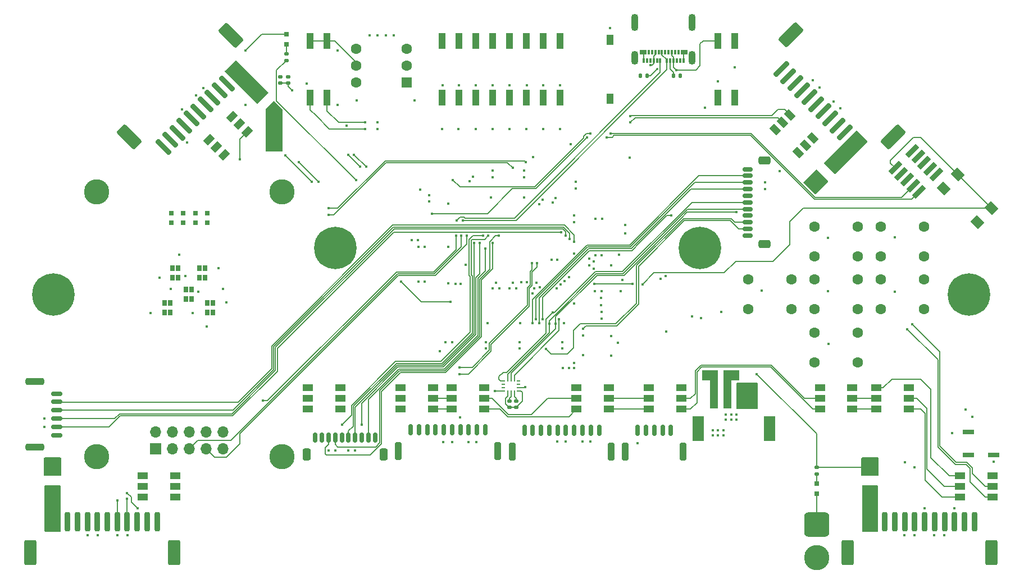
<source format=gbr>
%TF.GenerationSoftware,KiCad,Pcbnew,8.0.7*%
%TF.CreationDate,2025-04-13T15:12:29-04:00*%
%TF.ProjectId,control,636f6e74-726f-46c2-9e6b-696361645f70,rev?*%
%TF.SameCoordinates,Original*%
%TF.FileFunction,Copper,L1,Top*%
%TF.FilePolarity,Positive*%
%FSLAX46Y46*%
G04 Gerber Fmt 4.6, Leading zero omitted, Abs format (unit mm)*
G04 Created by KiCad (PCBNEW 8.0.7) date 2025-04-13 15:12:29*
%MOMM*%
%LPD*%
G01*
G04 APERTURE LIST*
G04 Aperture macros list*
%AMRoundRect*
0 Rectangle with rounded corners*
0 $1 Rounding radius*
0 $2 $3 $4 $5 $6 $7 $8 $9 X,Y pos of 4 corners*
0 Add a 4 corners polygon primitive as box body*
4,1,4,$2,$3,$4,$5,$6,$7,$8,$9,$2,$3,0*
0 Add four circle primitives for the rounded corners*
1,1,$1+$1,$2,$3*
1,1,$1+$1,$4,$5*
1,1,$1+$1,$6,$7*
1,1,$1+$1,$8,$9*
0 Add four rect primitives between the rounded corners*
20,1,$1+$1,$2,$3,$4,$5,0*
20,1,$1+$1,$4,$5,$6,$7,0*
20,1,$1+$1,$6,$7,$8,$9,0*
20,1,$1+$1,$8,$9,$2,$3,0*%
%AMRotRect*
0 Rectangle, with rotation*
0 The origin of the aperture is its center*
0 $1 length*
0 $2 width*
0 $3 Rotation angle, in degrees counterclockwise*
0 Add horizontal line*
21,1,$1,$2,0,0,$3*%
G04 Aperture macros list end*
%TA.AperFunction,SMDPad,CuDef*%
%ADD10R,1.000000X2.700000*%
%TD*%
%TA.AperFunction,SMDPad,CuDef*%
%ADD11R,1.800000X3.800000*%
%TD*%
%TA.AperFunction,SMDPad,CuDef*%
%ADD12RoundRect,0.200000X-0.742462X1.025305X-1.025305X0.742462X0.742462X-1.025305X1.025305X-0.742462X0*%
%TD*%
%TA.AperFunction,SMDPad,CuDef*%
%ADD13RoundRect,0.250000X-0.707107X1.626346X-1.626346X0.707107X0.707107X-1.626346X1.626346X-0.707107X0*%
%TD*%
%TA.AperFunction,SMDPad,CuDef*%
%ADD14R,1.500000X1.000000*%
%TD*%
%TA.AperFunction,SMDPad,CuDef*%
%ADD15R,1.130000X2.440000*%
%TD*%
%TA.AperFunction,SMDPad,CuDef*%
%ADD16RotRect,1.500000X1.000000X135.000000*%
%TD*%
%TA.AperFunction,SMDPad,CuDef*%
%ADD17RotRect,1.500000X1.000000X315.000000*%
%TD*%
%TA.AperFunction,SMDPad,CuDef*%
%ADD18RoundRect,0.150000X0.150000X0.625000X-0.150000X0.625000X-0.150000X-0.625000X0.150000X-0.625000X0*%
%TD*%
%TA.AperFunction,SMDPad,CuDef*%
%ADD19RoundRect,0.250000X0.350000X0.650000X-0.350000X0.650000X-0.350000X-0.650000X0.350000X-0.650000X0*%
%TD*%
%TA.AperFunction,SMDPad,CuDef*%
%ADD20RoundRect,0.150000X-0.150000X-0.700000X0.150000X-0.700000X0.150000X0.700000X-0.150000X0.700000X0*%
%TD*%
%TA.AperFunction,SMDPad,CuDef*%
%ADD21RoundRect,0.250000X-0.250000X-1.100000X0.250000X-1.100000X0.250000X1.100000X-0.250000X1.100000X0*%
%TD*%
%TA.AperFunction,SMDPad,CuDef*%
%ADD22R,0.650000X0.850000*%
%TD*%
%TA.AperFunction,ComponentPad*%
%ADD23R,1.600000X1.600000*%
%TD*%
%TA.AperFunction,ComponentPad*%
%ADD24C,1.600000*%
%TD*%
%TA.AperFunction,SMDPad,CuDef*%
%ADD25RoundRect,0.135000X0.185000X-0.135000X0.185000X0.135000X-0.185000X0.135000X-0.185000X-0.135000X0*%
%TD*%
%TA.AperFunction,SMDPad,CuDef*%
%ADD26RoundRect,0.140000X0.170000X-0.140000X0.170000X0.140000X-0.170000X0.140000X-0.170000X-0.140000X0*%
%TD*%
%TA.AperFunction,SMDPad,CuDef*%
%ADD27RoundRect,0.200000X-0.200000X-1.250000X0.200000X-1.250000X0.200000X1.250000X-0.200000X1.250000X0*%
%TD*%
%TA.AperFunction,SMDPad,CuDef*%
%ADD28RoundRect,0.250000X-0.650000X-1.650000X0.650000X-1.650000X0.650000X1.650000X-0.650000X1.650000X0*%
%TD*%
%TA.AperFunction,ComponentPad*%
%ADD29C,3.600000*%
%TD*%
%TA.AperFunction,ConnectorPad*%
%ADD30C,6.400000*%
%TD*%
%TA.AperFunction,SMDPad,CuDef*%
%ADD31R,0.800000X0.800000*%
%TD*%
%TA.AperFunction,SMDPad,CuDef*%
%ADD32R,0.300000X0.700000*%
%TD*%
%TA.AperFunction,SMDPad,CuDef*%
%ADD33R,1.000000X0.700000*%
%TD*%
%TA.AperFunction,ComponentPad*%
%ADD34O,1.100000X2.100000*%
%TD*%
%TA.AperFunction,ComponentPad*%
%ADD35O,1.100000X2.600000*%
%TD*%
%TA.AperFunction,SMDPad,CuDef*%
%ADD36RoundRect,0.135000X-0.185000X0.135000X-0.185000X-0.135000X0.185000X-0.135000X0.185000X0.135000X0*%
%TD*%
%TA.AperFunction,SMDPad,CuDef*%
%ADD37RoundRect,0.250001X0.768977X0.114905X0.114905X0.768977X-0.768977X-0.114905X-0.114905X-0.768977X0*%
%TD*%
%TA.AperFunction,SMDPad,CuDef*%
%ADD38R,1.800000X0.800000*%
%TD*%
%TA.AperFunction,SMDPad,CuDef*%
%ADD39RoundRect,0.135000X-0.135000X-0.185000X0.135000X-0.185000X0.135000X0.185000X-0.135000X0.185000X0*%
%TD*%
%TA.AperFunction,ComponentPad*%
%ADD40C,3.800000*%
%TD*%
%TA.AperFunction,SMDPad,CuDef*%
%ADD41RoundRect,0.150000X0.700000X-0.150000X0.700000X0.150000X-0.700000X0.150000X-0.700000X-0.150000X0*%
%TD*%
%TA.AperFunction,SMDPad,CuDef*%
%ADD42RoundRect,0.250000X1.150000X-0.250000X1.150000X0.250000X-1.150000X0.250000X-1.150000X-0.250000X0*%
%TD*%
%TA.AperFunction,SMDPad,CuDef*%
%ADD43R,0.475000X0.250000*%
%TD*%
%TA.AperFunction,SMDPad,CuDef*%
%ADD44R,0.250000X0.475000*%
%TD*%
%TA.AperFunction,SMDPad,CuDef*%
%ADD45RoundRect,0.250001X-0.624999X0.462499X-0.624999X-0.462499X0.624999X-0.462499X0.624999X0.462499X0*%
%TD*%
%TA.AperFunction,SMDPad,CuDef*%
%ADD46RotRect,0.800000X2.200000X135.000000*%
%TD*%
%TA.AperFunction,SMDPad,CuDef*%
%ADD47RoundRect,0.200000X1.025305X0.742462X0.742462X1.025305X-1.025305X-0.742462X-0.742462X-1.025305X0*%
%TD*%
%TA.AperFunction,SMDPad,CuDef*%
%ADD48RoundRect,0.250000X1.626346X0.707107X0.707107X1.626346X-1.626346X-0.707107X-0.707107X-1.626346X0*%
%TD*%
%TA.AperFunction,SMDPad,CuDef*%
%ADD49RotRect,1.600000X1.400000X135.000000*%
%TD*%
%TA.AperFunction,SMDPad,CuDef*%
%ADD50R,1.100000X1.500000*%
%TD*%
%TA.AperFunction,SMDPad,CuDef*%
%ADD51RoundRect,0.150000X-0.625000X0.150000X-0.625000X-0.150000X0.625000X-0.150000X0.625000X0.150000X0*%
%TD*%
%TA.AperFunction,SMDPad,CuDef*%
%ADD52RoundRect,0.250000X-0.650000X0.350000X-0.650000X-0.350000X0.650000X-0.350000X0.650000X0.350000X0*%
%TD*%
%TA.AperFunction,SMDPad,CuDef*%
%ADD53RoundRect,0.250001X0.114905X-0.768977X0.768977X-0.114905X-0.114905X0.768977X-0.768977X0.114905X0*%
%TD*%
%TA.AperFunction,SMDPad,CuDef*%
%ADD54RoundRect,0.135000X0.135000X0.185000X-0.135000X0.185000X-0.135000X-0.185000X0.135000X-0.185000X0*%
%TD*%
%TA.AperFunction,SMDPad,CuDef*%
%ADD55RotRect,1.500000X1.000000X225.000000*%
%TD*%
%TA.AperFunction,SMDPad,CuDef*%
%ADD56RotRect,1.500000X1.000000X45.000000*%
%TD*%
%TA.AperFunction,ComponentPad*%
%ADD57R,1.700000X1.700000*%
%TD*%
%TA.AperFunction,ComponentPad*%
%ADD58O,1.700000X1.700000*%
%TD*%
%TA.AperFunction,ComponentPad*%
%ADD59RoundRect,0.760000X-1.140000X1.140000X-1.140000X-1.140000X1.140000X-1.140000X1.140000X1.140000X0*%
%TD*%
%TA.AperFunction,ViaPad*%
%ADD60C,0.450000*%
%TD*%
%TA.AperFunction,ViaPad*%
%ADD61C,0.350000*%
%TD*%
%TA.AperFunction,Conductor*%
%ADD62C,0.200000*%
%TD*%
%TA.AperFunction,Conductor*%
%ADD63C,0.153000*%
%TD*%
G04 APERTURE END LIST*
D10*
%TO.P,J13,1,Pin_1*%
%TO.N,Net-(J13-Pin_1)*%
X180600000Y-120800000D03*
%TO.P,J13,2,Pin_2*%
%TO.N,Net-(J13-Pin_2)*%
X182600000Y-120800000D03*
%TO.P,J13,3,Pin_3*%
%TO.N,GND*%
X184600000Y-120800000D03*
%TO.P,J13,4,Pin_4*%
X186600000Y-120800000D03*
D11*
%TO.P,J13,MP*%
%TO.N,N/C*%
X188950000Y-125250000D03*
X178250000Y-125250000D03*
%TD*%
D12*
%TO.P,J6,1,Pin_1*%
%TO.N,Net-(J6-Pin_1)*%
X109260660Y-71039340D03*
%TO.P,J6,2,Pin_2*%
X108200000Y-72100000D03*
%TO.P,J6,3,Pin_3*%
%TO.N,GND*%
X107139340Y-73160660D03*
%TO.P,J6,4,Pin_4*%
X106078679Y-74221321D03*
%TO.P,J6,5,Pin_5*%
%TO.N,/back_right_drive_motor/MOTOR.BOOT0*%
X105018019Y-75281981D03*
%TO.P,J6,6,Pin_6*%
%TO.N,/back_right_drive_motor/MOTOR.RST*%
X103957359Y-76342641D03*
%TO.P,J6,7,Pin_7*%
%TO.N,Net-(J6-Pin_7)*%
X102896699Y-77403301D03*
%TO.P,J6,8,Pin_8*%
%TO.N,/back_right_drive_motor/MOTOR.RX*%
X101836039Y-78463961D03*
%TO.P,J6,9,Pin_9*%
%TO.N,/back_right_drive_motor/MOTOR.CTS*%
X100775379Y-79524621D03*
%TO.P,J6,10,Pin_10*%
%TO.N,Net-(J6-Pin_10)*%
X99714718Y-80585282D03*
%TO.P,J6,11,Pin_11*%
%TO.N,GND*%
X98654058Y-81645942D03*
%TO.P,J6,12,Pin_12*%
%TO.N,+3V3*%
X97593398Y-82706602D03*
D13*
%TO.P,J6,MP*%
%TO.N,N/C*%
X107775736Y-65877461D03*
X92431519Y-81221678D03*
%TD*%
D14*
%TO.P,U9,1,SDI*%
%TO.N,Net-(U8-SDO)*%
X164750000Y-122300000D03*
%TO.P,U9,2,CKI*%
%TO.N,Net-(U8-CKO)*%
X164750000Y-120700000D03*
%TO.P,U9,3,GND*%
%TO.N,GND*%
X164750000Y-119100000D03*
%TO.P,U9,4,VCC*%
%TO.N,+5V*%
X159850000Y-119100000D03*
%TO.P,U9,5,CKO*%
%TO.N,Net-(U10-CKI)*%
X159850000Y-120700000D03*
%TO.P,U9,6,SDO*%
%TO.N,Net-(U10-SDI)*%
X159850000Y-122300000D03*
%TD*%
D15*
%TO.P,SW3,1*%
%TO.N,+3V3*%
X183690000Y-66700000D03*
%TO.P,SW3,2*%
%TO.N,VBUS*%
X181150000Y-66700000D03*
%TO.P,SW3,3*%
%TO.N,/mcu/USB_BOOT0_CONTROL*%
X181150000Y-75300000D03*
%TO.P,SW3,4*%
%TO.N,/mcu/USER_BOOT0_OVERRIDE*%
X183690000Y-75300000D03*
%TD*%
D16*
%TO.P,U6,1,SDI*%
%TO.N,Net-(U5-SDO)*%
X192048959Y-77886218D03*
%TO.P,U6,2,CKI*%
%TO.N,Net-(U5-CKO)*%
X190917588Y-79017588D03*
%TO.P,U6,3,GND*%
%TO.N,GND*%
X189786218Y-80148959D03*
D17*
%TO.P,U6,4,VCC*%
%TO.N,+5V*%
X193251041Y-83613782D03*
%TO.P,U6,5,CKO*%
%TO.N,Net-(U6-CKO)*%
X194382412Y-82482412D03*
%TO.P,U6,6,SDO*%
%TO.N,Net-(U6-SDO)*%
X195513782Y-81351041D03*
%TD*%
D14*
%TO.P,U11,1,SDI*%
%TO.N,Net-(U10-SDO)*%
X138250000Y-122300000D03*
%TO.P,U11,2,CKI*%
%TO.N,Net-(U10-CKO)*%
X138250000Y-120700000D03*
%TO.P,U11,3,GND*%
%TO.N,GND*%
X138250000Y-119100000D03*
%TO.P,U11,4,VCC*%
%TO.N,+5V*%
X133350000Y-119100000D03*
%TO.P,U11,5,CKO*%
%TO.N,Net-(U11-CKO)*%
X133350000Y-120700000D03*
%TO.P,U11,6,SDO*%
%TO.N,Net-(U11-SDO)*%
X133350000Y-122300000D03*
%TD*%
D18*
%TO.P,J5,1,Pin_1*%
%TO.N,GND*%
X129500000Y-126575000D03*
%TO.P,J5,2,Pin_2*%
%TO.N,/mcu/ODIN.~{DET}*%
X128500000Y-126575000D03*
%TO.P,J5,3,Pin_3*%
%TO.N,Net-(J5-Pin_3)*%
X127500000Y-126575000D03*
%TO.P,J5,4,Pin_4*%
%TO.N,/mcu/ODIN.CTS*%
X126500000Y-126575000D03*
%TO.P,J5,5,Pin_5*%
%TO.N,/mcu/ODIN.RX*%
X125500000Y-126575000D03*
%TO.P,J5,6,Pin_6*%
%TO.N,Net-(J5-Pin_6)*%
X124500000Y-126575000D03*
%TO.P,J5,7,Pin_7*%
%TO.N,/mcu/ODIN.BOOT0*%
X123500000Y-126575000D03*
%TO.P,J5,8,Pin_8*%
%TO.N,/mcu/ODIN.~{RST}*%
X122500000Y-126575000D03*
%TO.P,J5,9,Pin_9*%
%TO.N,+3V3*%
X121500000Y-126575000D03*
%TO.P,J5,10,Pin_10*%
%TO.N,+5V*%
X120500000Y-126575000D03*
D19*
%TO.P,J5,MP,MountPin*%
%TO.N,GND*%
X130800000Y-129100000D03*
X119200000Y-129100000D03*
%TD*%
D20*
%TO.P,J12,1,Pin_1*%
%TO.N,/mcu/POWER.RX*%
X169100000Y-125500000D03*
%TO.P,J12,2,Pin_2*%
%TO.N,Net-(J12-Pin_2)*%
X170350000Y-125500000D03*
%TO.P,J12,3,Pin_3*%
%TO.N,unconnected-(J12-Pin_3-Pad3)*%
X171600000Y-125500000D03*
%TO.P,J12,4,Pin_4*%
%TO.N,unconnected-(J12-Pin_4-Pad4)*%
X172850000Y-125500000D03*
%TO.P,J12,5,Pin_5*%
%TO.N,GND*%
X174100000Y-125500000D03*
D21*
%TO.P,J12,MP*%
%TO.N,N/C*%
X167250000Y-128700000D03*
X175950000Y-128700000D03*
%TD*%
D22*
%TO.P,D3,1,A1*%
%TO.N,Net-(D3-A1)*%
X99849999Y-101025000D03*
%TO.P,D3,2,A2*%
%TO.N,/mcu/BOT_ID_DISPLAY.FL*%
X98999999Y-101025000D03*
%TO.P,D3,3,K1*%
X99849999Y-102475000D03*
%TO.P,D3,4,K2*%
%TO.N,Net-(D3-K2)*%
X98999999Y-102475000D03*
%TD*%
D14*
%TO.P,U8,1,SDI*%
%TO.N,Net-(U13-SDO)*%
X175650000Y-122300000D03*
%TO.P,U8,2,CKI*%
%TO.N,Net-(U13-CKO)*%
X175650000Y-120700000D03*
%TO.P,U8,3,GND*%
%TO.N,GND*%
X175650000Y-119100000D03*
%TO.P,U8,4,VCC*%
%TO.N,+5V*%
X170750000Y-119100000D03*
%TO.P,U8,5,CKO*%
%TO.N,Net-(U8-CKO)*%
X170750000Y-120700000D03*
%TO.P,U8,6,SDO*%
%TO.N,Net-(U8-SDO)*%
X170750000Y-122300000D03*
%TD*%
%TO.P,U14,1,SDI*%
%TO.N,Net-(U14-SDI)*%
X209950000Y-122300000D03*
%TO.P,U14,2,CKI*%
%TO.N,Net-(U14-CKI)*%
X209950000Y-120700000D03*
%TO.P,U14,3,GND*%
%TO.N,GND*%
X209950000Y-119100000D03*
%TO.P,U14,4,VCC*%
%TO.N,+5V*%
X205050000Y-119100000D03*
%TO.P,U14,5,CKO*%
%TO.N,Net-(U13-CKI)*%
X205050000Y-120700000D03*
%TO.P,U14,6,SDO*%
%TO.N,Net-(U13-SDI)*%
X205050000Y-122300000D03*
%TD*%
%TO.P,U13,1,SDI*%
%TO.N,Net-(U13-SDI)*%
X201450000Y-122300000D03*
%TO.P,U13,2,CKI*%
%TO.N,Net-(U13-CKI)*%
X201450000Y-120700000D03*
%TO.P,U13,3,GND*%
%TO.N,GND*%
X201450000Y-119100000D03*
%TO.P,U13,4,VCC*%
%TO.N,+5V*%
X196550000Y-119100000D03*
%TO.P,U13,5,CKO*%
%TO.N,Net-(U13-CKO)*%
X196550000Y-120700000D03*
%TO.P,U13,6,SDO*%
%TO.N,Net-(U13-SDO)*%
X196550000Y-122300000D03*
%TD*%
D15*
%TO.P,SW6,1*%
%TO.N,+3V3*%
X157390000Y-66700000D03*
%TO.P,SW6,2*%
X154850000Y-66700000D03*
%TO.P,SW6,3*%
X152310000Y-66700000D03*
%TO.P,SW6,4*%
X149770000Y-66700000D03*
%TO.P,SW6,5*%
X147230000Y-66700000D03*
%TO.P,SW6,6*%
X144690000Y-66700000D03*
%TO.P,SW6,7*%
X142150000Y-66700000D03*
%TO.P,SW6,8*%
X139610000Y-66700000D03*
%TO.P,SW6,9*%
%TO.N,Net-(R105-Pad2)*%
X139610000Y-75300000D03*
%TO.P,SW6,10*%
%TO.N,Net-(R104-Pad2)*%
X142150000Y-75300000D03*
%TO.P,SW6,11*%
%TO.N,Net-(R103-Pad2)*%
X144690000Y-75300000D03*
%TO.P,SW6,12*%
%TO.N,Net-(R102-Pad2)*%
X147230000Y-75300000D03*
%TO.P,SW6,13*%
%TO.N,Net-(R101-Pad2)*%
X149770000Y-75300000D03*
%TO.P,SW6,14*%
%TO.N,Net-(R100-Pad2)*%
X152310000Y-75300000D03*
%TO.P,SW6,15*%
%TO.N,Net-(R85-Pad1)*%
X154850000Y-75300000D03*
%TO.P,SW6,16*%
%TO.N,Net-(R84-Pad1)*%
X157390000Y-75300000D03*
%TD*%
D14*
%TO.P,U4,1,SDI*%
%TO.N,/mcu/DOTSTARS.MOSI*%
X99350000Y-135600000D03*
%TO.P,U4,2,CKI*%
%TO.N,/mcu/DOTSTARS.SCK*%
X99350000Y-134000000D03*
%TO.P,U4,3,GND*%
%TO.N,GND*%
X99350000Y-132400000D03*
%TO.P,U4,4,VCC*%
%TO.N,+5V*%
X94450000Y-132400000D03*
%TO.P,U4,5,CKO*%
%TO.N,Net-(U4-CKO)*%
X94450000Y-134000000D03*
%TO.P,U4,6,SDO*%
%TO.N,Net-(U4-SDO)*%
X94450000Y-135600000D03*
%TD*%
%TO.P,U7,1,SDI*%
%TO.N,Net-(U6-SDO)*%
X222550000Y-135600000D03*
%TO.P,U7,2,CKI*%
%TO.N,Net-(U6-CKO)*%
X222550000Y-134000000D03*
%TO.P,U7,3,GND*%
%TO.N,GND*%
X222550000Y-132400000D03*
%TO.P,U7,4,VCC*%
%TO.N,+5V*%
X217650000Y-132400000D03*
%TO.P,U7,5,CKO*%
%TO.N,Net-(U14-CKI)*%
X217650000Y-134000000D03*
%TO.P,U7,6,SDO*%
%TO.N,Net-(U14-SDI)*%
X217650000Y-135600000D03*
%TD*%
D23*
%TO.P,SW4,1,1*%
%TO.N,Net-(R64-Pad1)*%
X134310000Y-73040000D03*
D24*
%TO.P,SW4,3,4*%
%TO.N,Net-(SW4-4)*%
X134310000Y-67960000D03*
%TO.P,SW4,4,2*%
%TO.N,Net-(SW4-2)*%
X126690000Y-67960000D03*
%TO.P,SW4,6,8*%
%TO.N,Net-(SW4-8)*%
X126690000Y-73040000D03*
%TO.P,SW4,C,C*%
%TO.N,+3V3*%
X134310000Y-70500000D03*
X126690000Y-70500000D03*
%TD*%
D25*
%TO.P,R83,1*%
%TO.N,/mcu/BOT_ID_DISPLAY.SrcDisagree*%
X116150000Y-69670000D03*
%TO.P,R83,2*%
%TO.N,Net-(D8-A)*%
X116150000Y-68650000D03*
%TD*%
D26*
%TO.P,C1,1*%
%TO.N,+3V3*%
X116400000Y-73080000D03*
%TO.P,C1,2*%
%TO.N,GND*%
X116400000Y-72120000D03*
%TD*%
D15*
%TO.P,SW5,1*%
%TO.N,+3V3*%
X122290000Y-66700000D03*
%TO.P,SW5,2*%
X119750000Y-66700000D03*
%TO.P,SW5,3*%
%TO.N,Net-(R75-Pad1)*%
X119750000Y-75300000D03*
%TO.P,SW5,4*%
%TO.N,Net-(R74-Pad1)*%
X122290000Y-75300000D03*
%TD*%
D24*
%TO.P,SW11,1,1*%
%TO.N,Net-(C36-Pad1)*%
X185730000Y-102750000D03*
%TO.P,SW11,2,2*%
%TO.N,Net-(R115-Pad1)*%
X192230000Y-102750000D03*
%TO.P,SW11,3,3*%
%TO.N,GND*%
X185730000Y-107250000D03*
%TO.P,SW11,4,4*%
%TO.N,unconnected-(SW11-Pad4)*%
X192230000Y-107250000D03*
%TD*%
%TO.P,SW8,1,1*%
%TO.N,Net-(C33-Pad1)*%
X195750000Y-102750000D03*
%TO.P,SW8,2,2*%
%TO.N,Net-(R94-Pad1)*%
X202250000Y-102750000D03*
%TO.P,SW8,3,3*%
%TO.N,GND*%
X195750000Y-107250000D03*
%TO.P,SW8,4,4*%
%TO.N,unconnected-(SW8-Pad4)*%
X202250000Y-107250000D03*
%TD*%
D27*
%TO.P,J8,1,Pin_1*%
%TO.N,Net-(J8-Pin_1)*%
X203350000Y-139295000D03*
%TO.P,J8,2,Pin_2*%
X204850000Y-139295000D03*
%TO.P,J8,3,Pin_3*%
%TO.N,GND*%
X206350000Y-139295000D03*
%TO.P,J8,4,Pin_4*%
X207850000Y-139295000D03*
%TO.P,J8,5,Pin_5*%
%TO.N,/front_left_drive_motor/MOTOR.BOOT0*%
X209350000Y-139295000D03*
%TO.P,J8,6,Pin_6*%
%TO.N,/front_left_drive_motor/MOTOR.RST*%
X210850000Y-139295000D03*
%TO.P,J8,7,Pin_7*%
%TO.N,Net-(J8-Pin_7)*%
X212350000Y-139295000D03*
%TO.P,J8,8,Pin_8*%
%TO.N,/front_left_drive_motor/MOTOR.RX*%
X213850000Y-139295000D03*
%TO.P,J8,9,Pin_9*%
%TO.N,/front_left_drive_motor/MOTOR.CTS*%
X215350000Y-139295000D03*
%TO.P,J8,10,Pin_10*%
%TO.N,Net-(J8-Pin_10)*%
X216850000Y-139295000D03*
%TO.P,J8,11,Pin_11*%
%TO.N,GND*%
X218350000Y-139295000D03*
%TO.P,J8,12,Pin_12*%
%TO.N,+3V3*%
X219850000Y-139295000D03*
D28*
%TO.P,J8,MP*%
%TO.N,N/C*%
X200750000Y-143995000D03*
X222450000Y-143995000D03*
%TD*%
D29*
%TO.P,H1,1*%
%TO.N,N/C*%
X81000000Y-105000000D03*
D30*
X81000000Y-105000000D03*
%TD*%
D31*
%TO.P,D10,1,K*%
%TO.N,GND*%
X98800000Y-92700000D03*
%TO.P,D10,2,A*%
%TO.N,Net-(D10-A)*%
X98800000Y-94200000D03*
%TD*%
D32*
%TO.P,P1,A1,GND*%
%TO.N,GND*%
X176000000Y-69715000D03*
%TO.P,P1,A2*%
%TO.N,N/C*%
X175500000Y-69715000D03*
%TO.P,P1,A3*%
X175000000Y-69715000D03*
%TO.P,P1,A4,VBUS*%
%TO.N,VBUS*%
X174500000Y-69715000D03*
%TO.P,P1,A5,CC1*%
%TO.N,Net-(P1-CC1)*%
X174000000Y-69715000D03*
%TO.P,P1,A6,D+*%
%TO.N,/mcu/USB_HS_D_P*%
X173500000Y-69715000D03*
%TO.P,P1,A7,D-*%
%TO.N,/mcu/USB_HS_D_N*%
X172500000Y-69715000D03*
%TO.P,P1,A8*%
%TO.N,N/C*%
X172000000Y-69715000D03*
%TO.P,P1,A9,VBUS*%
%TO.N,VBUS*%
X171500000Y-69715000D03*
%TO.P,P1,A10*%
%TO.N,N/C*%
X171000000Y-69715000D03*
%TO.P,P1,A11*%
X170500000Y-69715000D03*
%TO.P,P1,A12,GND*%
%TO.N,GND*%
X170000000Y-69715000D03*
D33*
%TO.P,P1,B1,GND*%
X169900000Y-68415000D03*
D32*
%TO.P,P1,B2*%
%TO.N,N/C*%
X170750000Y-68415000D03*
%TO.P,P1,B3*%
X171250000Y-68415000D03*
%TO.P,P1,B4,VBUS*%
%TO.N,VBUS*%
X171750000Y-68415000D03*
%TO.P,P1,B5,CC2*%
%TO.N,Net-(P1-CC2)*%
X172250000Y-68415000D03*
%TO.P,P1,B6,D+*%
%TO.N,/mcu/USB_HS_D_P*%
X172750000Y-68415000D03*
%TO.P,P1,B7,D-*%
%TO.N,/mcu/USB_HS_D_N*%
X173250000Y-68415000D03*
%TO.P,P1,B8*%
%TO.N,N/C*%
X173750000Y-68415000D03*
%TO.P,P1,B9,VBUS*%
%TO.N,VBUS*%
X174250000Y-68415000D03*
%TO.P,P1,B10*%
%TO.N,N/C*%
X174750000Y-68415000D03*
%TO.P,P1,B11*%
X175250000Y-68415000D03*
D33*
%TO.P,P1,B12,GND*%
%TO.N,GND*%
X176100000Y-68415000D03*
D34*
%TO.P,P1,S1,SHIELD*%
X177320000Y-69305000D03*
D35*
X177320000Y-63945000D03*
D34*
X168680000Y-69305000D03*
D35*
X168680000Y-63945000D03*
%TD*%
D27*
%TO.P,J3,1,Pin_1*%
%TO.N,Net-(J3-Pin_1)*%
X80150000Y-139295000D03*
%TO.P,J3,2,Pin_2*%
X81650000Y-139295000D03*
%TO.P,J3,3,Pin_3*%
%TO.N,GND*%
X83150000Y-139295000D03*
%TO.P,J3,4,Pin_4*%
X84650000Y-139295000D03*
%TO.P,J3,5,Pin_5*%
%TO.N,/front_right_drive_motor/MOTOR.BOOT0*%
X86150000Y-139295000D03*
%TO.P,J3,6,Pin_6*%
%TO.N,/front_right_drive_motor/MOTOR.RST*%
X87650000Y-139295000D03*
%TO.P,J3,7,Pin_7*%
%TO.N,Net-(J3-Pin_7)*%
X89150000Y-139295000D03*
%TO.P,J3,8,Pin_8*%
%TO.N,/front_right_drive_motor/MOTOR.RX*%
X90650000Y-139295000D03*
%TO.P,J3,9,Pin_9*%
%TO.N,/front_right_drive_motor/MOTOR.CTS*%
X92150000Y-139295000D03*
%TO.P,J3,10,Pin_10*%
%TO.N,Net-(J3-Pin_10)*%
X93650000Y-139295000D03*
%TO.P,J3,11,Pin_11*%
%TO.N,GND*%
X95150000Y-139295000D03*
%TO.P,J3,12,Pin_12*%
%TO.N,+3V3*%
X96650000Y-139295000D03*
D28*
%TO.P,J3,MP*%
%TO.N,N/C*%
X77550000Y-143995000D03*
X99250000Y-143995000D03*
%TD*%
D31*
%TO.P,D12,1,K*%
%TO.N,GND*%
X102400000Y-92700000D03*
%TO.P,D12,2,A*%
%TO.N,Net-(D12-A)*%
X102400000Y-94200000D03*
%TD*%
D36*
%TO.P,R57,1*%
%TO.N,+BATT*%
X196100000Y-131090000D03*
%TO.P,R57,2*%
%TO.N,Net-(D2-A)*%
X196100000Y-132110000D03*
%TD*%
D37*
%TO.P,F2,1*%
%TO.N,+BATT*%
X114151821Y-76951821D03*
%TO.P,F2,2*%
%TO.N,Net-(J6-Pin_1)*%
X112048179Y-74848179D03*
%TD*%
D24*
%TO.P,SW12,1,1*%
%TO.N,Net-(C37-Pad1)*%
X195750000Y-94750000D03*
%TO.P,SW12,2,2*%
%TO.N,Net-(R117-Pad1)*%
X202250000Y-94750000D03*
%TO.P,SW12,3,3*%
%TO.N,GND*%
X195750000Y-99250000D03*
%TO.P,SW12,4,4*%
%TO.N,unconnected-(SW12-Pad4)*%
X202250000Y-99250000D03*
%TD*%
D38*
%TO.P,BZ1,*%
%TO.N,*%
X218950000Y-125750000D03*
%TO.P,BZ1,1,+*%
%TO.N,+3V3*%
X218950000Y-129250000D03*
%TO.P,BZ1,2,-*%
%TO.N,Net-(BZ1--)*%
X222750000Y-129250000D03*
%TD*%
D39*
%TO.P,R15,1*%
%TO.N,Net-(P1-CC1)*%
X174490000Y-72000000D03*
%TO.P,R15,2*%
%TO.N,GND*%
X175510000Y-72000000D03*
%TD*%
D40*
%TO.P,H5,1*%
%TO.N,N/C*%
X115500000Y-89500000D03*
%TD*%
D22*
%TO.P,D6,1,A1*%
%TO.N,Net-(D6-A1)*%
X98600000Y-106275001D03*
%TO.P,D6,2,A2*%
%TO.N,/mcu/BOT_ID_DISPLAY.BL*%
X97750000Y-106275001D03*
%TO.P,D6,3,K1*%
X98600000Y-107725001D03*
%TO.P,D6,4,K2*%
%TO.N,Net-(D6-K2)*%
X97750000Y-107725001D03*
%TD*%
D29*
%TO.P,H4,1*%
%TO.N,N/C*%
X178500000Y-98000000D03*
D30*
X178500000Y-98000000D03*
%TD*%
D31*
%TO.P,D13,1,K*%
%TO.N,GND*%
X104200000Y-92700000D03*
%TO.P,D13,2,A*%
%TO.N,Net-(D13-A)*%
X104200000Y-94200000D03*
%TD*%
D24*
%TO.P,SW10,1,1*%
%TO.N,Net-(C35-Pad1)*%
X205750000Y-102750000D03*
%TO.P,SW10,2,2*%
%TO.N,Net-(R114-Pad1)*%
X212250000Y-102750000D03*
%TO.P,SW10,3,3*%
%TO.N,GND*%
X205750000Y-107250000D03*
%TO.P,SW10,4,4*%
%TO.N,unconnected-(SW10-Pad4)*%
X212250000Y-107250000D03*
%TD*%
D41*
%TO.P,J14,1,Pin_1*%
%TO.N,+3V3*%
X81550000Y-126225000D03*
%TO.P,J14,2,Pin_2*%
%TO.N,/mcu/SHELL_DETECT.SDA*%
X81550000Y-124975000D03*
%TO.P,J14,3,Pin_3*%
%TO.N,/mcu/SHELL_DETECT.SCL*%
X81550000Y-123725000D03*
%TO.P,J14,4,Pin_4*%
%TO.N,/mcu/SHELL_DETECT.RST*%
X81550000Y-122475000D03*
%TO.P,J14,5,Pin_5*%
%TO.N,/mcu/SHELL_DETECT.LIGHT*%
X81550000Y-121225000D03*
%TO.P,J14,6,Pin_6*%
%TO.N,GND*%
X81550000Y-119975000D03*
D42*
%TO.P,J14,MP*%
%TO.N,N/C*%
X78200000Y-128075000D03*
X78200000Y-118125000D03*
%TD*%
D22*
%TO.P,D4,1,A1*%
%TO.N,Net-(D4-A1)*%
X103850001Y-101025000D03*
%TO.P,D4,2,A2*%
%TO.N,/mcu/BOT_ID_DISPLAY.FR*%
X103000001Y-101025000D03*
%TO.P,D4,3,K1*%
X103850001Y-102475000D03*
%TO.P,D4,4,K2*%
%TO.N,Net-(D4-K2)*%
X103000001Y-102475000D03*
%TD*%
D26*
%TO.P,C2,1*%
%TO.N,+3V3*%
X115200000Y-73080000D03*
%TO.P,C2,2*%
%TO.N,GND*%
X115200000Y-72120000D03*
%TD*%
D43*
%TO.P,U2,1,SDO*%
%TO.N,/imu/IMU.MISO*%
X148837500Y-118050000D03*
%TO.P,U2,2,NC*%
%TO.N,unconnected-(U2-NC-Pad2)*%
X148837500Y-118550000D03*
%TO.P,U2,3,NC*%
%TO.N,unconnected-(U2-NC-Pad3)*%
X148837500Y-119050000D03*
%TO.P,U2,4,INT1*%
%TO.N,Net-(U2-INT1)*%
X148837500Y-119550000D03*
D44*
%TO.P,U2,5,VDDIO*%
%TO.N,+3V3*%
X149500000Y-119712500D03*
%TO.P,U2,6,GNDIO*%
%TO.N,GND*%
X150000000Y-119712500D03*
%TO.P,U2,7,GND*%
X150500000Y-119712500D03*
D43*
%TO.P,U2,8,VDD*%
%TO.N,+3V3*%
X151162500Y-119550000D03*
%TO.P,U2,9,INT2*%
%TO.N,Net-(U2-INT2)*%
X151162500Y-119050000D03*
%TO.P,U2,10,NC*%
%TO.N,unconnected-(U2-NC-Pad10)*%
X151162500Y-118550000D03*
%TO.P,U2,11,NC*%
%TO.N,unconnected-(U2-NC-Pad11)*%
X151162500Y-118050000D03*
D44*
%TO.P,U2,12,CSB*%
%TO.N,/imu/IMU.~{SS}0*%
X150500000Y-117887500D03*
%TO.P,U2,13,SCx*%
%TO.N,/imu/IMU.SCK*%
X150000000Y-117887500D03*
%TO.P,U2,14,SDx*%
%TO.N,/imu/IMU.MOSI*%
X149500000Y-117887500D03*
%TD*%
D40*
%TO.P,H7,1*%
%TO.N,N/C*%
X115500000Y-129500000D03*
%TD*%
D45*
%TO.P,F1,1*%
%TO.N,+BATT*%
X80900000Y-131612500D03*
%TO.P,F1,2*%
%TO.N,Net-(J3-Pin_1)*%
X80900000Y-134587500D03*
%TD*%
D26*
%TO.P,C28,1*%
%TO.N,+3V3*%
X149750000Y-122030000D03*
%TO.P,C28,2*%
%TO.N,GND*%
X149750000Y-121070000D03*
%TD*%
D46*
%TO.P,J2,1,VTref*%
%TO.N,+3V3*%
X214082986Y-86909117D03*
%TO.P,J2,2,SWDIO/TMS*%
%TO.N,/mcu/SWDIO*%
X211509117Y-89482986D03*
%TO.P,J2,3,GND*%
%TO.N,GND*%
X213184960Y-86011091D03*
%TO.P,J2,4,SWCLK/TCK*%
%TO.N,/mcu/SWCLK*%
X210611091Y-88584960D03*
%TO.P,J2,5,GND*%
%TO.N,GND*%
X212286934Y-85113066D03*
%TO.P,J2,6,SWO/TDO*%
%TO.N,unconnected-(J2-SWO{slash}TDO-Pad6)*%
X209713066Y-87686934D03*
%TO.P,J2,7,KEY*%
%TO.N,unconnected-(J2-KEY-Pad7)*%
X211388909Y-84215040D03*
%TO.P,J2,8,NC/TDI*%
%TO.N,unconnected-(J2-NC{slash}TDI-Pad8)*%
X208815040Y-86788909D03*
%TO.P,J2,9,GNDDetect*%
%TO.N,GND*%
X210490883Y-83317014D03*
%TO.P,J2,10,~{RESET}*%
%TO.N,/mcu/NRST*%
X207917014Y-85890883D03*
%TD*%
D20*
%TO.P,J9,1,Pin_1*%
%TO.N,+5V*%
X152025000Y-125500000D03*
%TO.P,J9,2,Pin_2*%
%TO.N,+3V3*%
X153275000Y-125500000D03*
%TO.P,J9,3,Pin_3*%
%TO.N,GND*%
X154525000Y-125500000D03*
%TO.P,J9,4,Pin_4*%
X155775000Y-125500000D03*
%TO.P,J9,5,Pin_5*%
%TO.N,/kicker/KICKER.BOOT0*%
X157025000Y-125500000D03*
%TO.P,J9,6,Pin_6*%
%TO.N,/kicker/KICKER.RST*%
X158275000Y-125500000D03*
%TO.P,J9,7,Pin_7*%
%TO.N,Net-(J9-Pin_7)*%
X159525000Y-125500000D03*
%TO.P,J9,8,Pin_8*%
%TO.N,/kicker/KICKER.RX*%
X160775000Y-125500000D03*
%TO.P,J9,9,Pin_9*%
%TO.N,/kicker/KICKER.CTS*%
X162025000Y-125500000D03*
%TO.P,J9,10,Pin_10*%
%TO.N,Net-(J9-Pin_10)*%
X163275000Y-125500000D03*
D21*
%TO.P,J9,MP,MountPin*%
%TO.N,GND*%
X150175000Y-128700000D03*
X165125000Y-128700000D03*
%TD*%
D47*
%TO.P,J7,1,Pin_1*%
%TO.N,Net-(J7-Pin_1)*%
X202396643Y-82670619D03*
%TO.P,J7,2,Pin_2*%
X201335983Y-81609959D03*
%TO.P,J7,3,Pin_3*%
%TO.N,GND*%
X200275323Y-80549299D03*
%TO.P,J7,4,Pin_4*%
X199214662Y-79488638D03*
%TO.P,J7,5,Pin_5*%
%TO.N,/back_left_drive_motor/MOTOR.BOOT0*%
X198154002Y-78427978D03*
%TO.P,J7,6,Pin_6*%
%TO.N,/back_left_drive_motor/MOTOR.RST*%
X197093342Y-77367318D03*
%TO.P,J7,7,Pin_7*%
%TO.N,Net-(J7-Pin_7)*%
X196032682Y-76306658D03*
%TO.P,J7,8,Pin_8*%
%TO.N,/back_left_drive_motor/MOTOR.RX*%
X194972022Y-75245998D03*
%TO.P,J7,9,Pin_9*%
%TO.N,/back_left_drive_motor/MOTOR.CTS*%
X193911362Y-74185338D03*
%TO.P,J7,10,Pin_10*%
%TO.N,Net-(J7-Pin_10)*%
X192850701Y-73124677D03*
%TO.P,J7,11,Pin_11*%
%TO.N,GND*%
X191790041Y-72064017D03*
%TO.P,J7,12,Pin_12*%
%TO.N,+3V3*%
X190729381Y-71003357D03*
D48*
%TO.P,J7,MP*%
%TO.N,N/C*%
X207558522Y-81185695D03*
X192214305Y-65841478D03*
%TD*%
D24*
%TO.P,SW7,1,1*%
%TO.N,Net-(C32-Pad1)*%
X205750000Y-94750000D03*
%TO.P,SW7,2,2*%
%TO.N,Net-(R93-Pad1)*%
X212250000Y-94750000D03*
%TO.P,SW7,3,3*%
%TO.N,GND*%
X205750000Y-99250000D03*
%TO.P,SW7,4,4*%
%TO.N,unconnected-(SW7-Pad4)*%
X212250000Y-99250000D03*
%TD*%
%TO.P,SW9,1,1*%
%TO.N,Net-(C34-Pad1)*%
X195750000Y-110750000D03*
%TO.P,SW9,2,2*%
%TO.N,Net-(R107-Pad1)*%
X202250000Y-110750000D03*
%TO.P,SW9,3,3*%
%TO.N,GND*%
X195750000Y-115250000D03*
%TO.P,SW9,4,4*%
%TO.N,unconnected-(SW9-Pad4)*%
X202250000Y-115250000D03*
%TD*%
D49*
%TO.P,SW2,1,1*%
%TO.N,GND*%
X220284924Y-94106245D03*
X215193755Y-89015076D03*
%TO.P,SW2,2,2*%
%TO.N,/mcu/NRST*%
X222406245Y-91984924D03*
X217315076Y-86893755D03*
%TD*%
D20*
%TO.P,J10,1,Pin_1*%
%TO.N,+5V*%
X134875000Y-125450000D03*
%TO.P,J10,2,Pin_2*%
%TO.N,+3V3*%
X136125000Y-125450000D03*
%TO.P,J10,3,Pin_3*%
%TO.N,GND*%
X137375000Y-125450000D03*
%TO.P,J10,4,Pin_4*%
X138625000Y-125450000D03*
%TO.P,J10,5,Pin_5*%
%TO.N,/mcu/OPTICAL_FLOW.BOOT0*%
X139875000Y-125450000D03*
%TO.P,J10,6,Pin_6*%
%TO.N,/mcu/OPTICAL_FLOW.RST*%
X141125000Y-125450000D03*
%TO.P,J10,7,Pin_7*%
%TO.N,Net-(J10-Pin_7)*%
X142375000Y-125450000D03*
%TO.P,J10,8,Pin_8*%
%TO.N,/mcu/OPTICAL_FLOW.RX*%
X143625000Y-125450000D03*
%TO.P,J10,9,Pin_9*%
%TO.N,/mcu/OPTICAL_FLOW.CTS*%
X144875000Y-125450000D03*
%TO.P,J10,10,Pin_10*%
%TO.N,Net-(J10-Pin_10)*%
X146125000Y-125450000D03*
D21*
%TO.P,J10,MP,MountPin*%
%TO.N,GND*%
X133025000Y-128650000D03*
X147975000Y-128650000D03*
%TD*%
D50*
%TO.P,SW1,1*%
%TO.N,+3V3*%
X164900000Y-75450000D03*
%TO.P,SW1,2*%
%TO.N,Net-(R1-Pad1)*%
X164900000Y-66550000D03*
%TD*%
D31*
%TO.P,D8,1,K*%
%TO.N,GND*%
X116150000Y-65750000D03*
%TO.P,D8,2,A*%
%TO.N,Net-(D8-A)*%
X116150000Y-67250000D03*
%TD*%
%TO.P,D2,1,K*%
%TO.N,GND*%
X196100000Y-135050000D03*
%TO.P,D2,2,A*%
%TO.N,Net-(D2-A)*%
X196100000Y-133550000D03*
%TD*%
D51*
%TO.P,J4,1,Pin_1*%
%TO.N,GND*%
X185675000Y-86100000D03*
%TO.P,J4,2,Pin_2*%
%TO.N,/imu/IMU.~{DET}*%
X185675000Y-87100000D03*
%TO.P,J4,3,Pin_3*%
%TO.N,/imu/IMU.INT2*%
X185675000Y-88100000D03*
%TO.P,J4,4,Pin_4*%
%TO.N,/imu/IMU.INT1*%
X185675000Y-89100000D03*
%TO.P,J4,5,Pin_5*%
%TO.N,/imu/IMU.SCK*%
X185675000Y-90100000D03*
%TO.P,J4,6,Pin_6*%
%TO.N,/imu/IMU.MISO*%
X185675000Y-91100000D03*
%TO.P,J4,7,Pin_7*%
%TO.N,/imu/IMU.MOSI*%
X185675000Y-92100000D03*
%TO.P,J4,8,Pin_8*%
%TO.N,/imu/IMU.~{SS}3*%
X185675000Y-93100000D03*
%TO.P,J4,9,Pin_9*%
%TO.N,/imu/IMU.~{SS}2*%
X185675000Y-94100000D03*
%TO.P,J4,10,Pin_10*%
%TO.N,/imu/IMU.~{SS}1*%
X185675000Y-95100000D03*
%TO.P,J4,11,Pin_11*%
%TO.N,+3V3*%
X185675000Y-96100000D03*
D52*
%TO.P,J4,MP,MountPin*%
%TO.N,GND*%
X188200000Y-84800000D03*
X188200000Y-97400000D03*
%TD*%
D53*
%TO.P,F3,1*%
%TO.N,+BATT*%
X196448179Y-87551821D03*
%TO.P,F3,2*%
%TO.N,Net-(J7-Pin_1)*%
X198551821Y-85448179D03*
%TD*%
D45*
%TO.P,F4,1*%
%TO.N,+BATT*%
X204100000Y-131612500D03*
%TO.P,F4,2*%
%TO.N,Net-(J8-Pin_1)*%
X204100000Y-134587500D03*
%TD*%
D22*
%TO.P,D7,1,A1*%
%TO.N,Net-(D7-A1)*%
X105100000Y-106275001D03*
%TO.P,D7,2,A2*%
%TO.N,/mcu/BOT_ID_DISPLAY.BR*%
X104250000Y-106275001D03*
%TO.P,D7,3,K1*%
X105100000Y-107725001D03*
%TO.P,D7,4,K2*%
%TO.N,Net-(D7-K2)*%
X104250000Y-107725001D03*
%TD*%
D14*
%TO.P,U10,1,SDI*%
%TO.N,Net-(U10-SDI)*%
X145950000Y-122300000D03*
%TO.P,U10,2,CKI*%
%TO.N,Net-(U10-CKI)*%
X145950000Y-120700000D03*
%TO.P,U10,3,GND*%
%TO.N,GND*%
X145950000Y-119100000D03*
%TO.P,U10,4,VCC*%
%TO.N,+5V*%
X141050000Y-119100000D03*
%TO.P,U10,5,CKO*%
%TO.N,Net-(U10-CKO)*%
X141050000Y-120700000D03*
%TO.P,U10,6,SDO*%
%TO.N,Net-(U10-SDO)*%
X141050000Y-122300000D03*
%TD*%
D31*
%TO.P,D11,1,K*%
%TO.N,GND*%
X100600000Y-92700000D03*
%TO.P,D11,2,A*%
%TO.N,Net-(D11-A)*%
X100600000Y-94200000D03*
%TD*%
D29*
%TO.P,H2,1*%
%TO.N,N/C*%
X219000000Y-105000000D03*
D30*
X219000000Y-105000000D03*
%TD*%
D26*
%TO.P,C29,1*%
%TO.N,+3V3*%
X150750000Y-122030000D03*
%TO.P,C29,2*%
%TO.N,GND*%
X150750000Y-121070000D03*
%TD*%
D40*
%TO.P,H8,1*%
%TO.N,N/C*%
X87500000Y-129500000D03*
%TD*%
D54*
%TO.P,R126,1*%
%TO.N,Net-(P1-CC2)*%
X170520000Y-72000000D03*
%TO.P,R126,2*%
%TO.N,GND*%
X169500000Y-72000000D03*
%TD*%
D14*
%TO.P,U12,1,SDI*%
%TO.N,Net-(U11-SDO)*%
X124250000Y-122300000D03*
%TO.P,U12,2,CKI*%
%TO.N,Net-(U11-CKO)*%
X124250000Y-120700000D03*
%TO.P,U12,3,GND*%
%TO.N,GND*%
X124250000Y-119100000D03*
%TO.P,U12,4,VCC*%
%TO.N,+5V*%
X119350000Y-119100000D03*
%TO.P,U12,5,CKO*%
%TO.N,unconnected-(U12-CKO-Pad5)*%
X119350000Y-120700000D03*
%TO.P,U12,6,SDO*%
%TO.N,unconnected-(U12-SDO-Pad6)*%
X119350000Y-122300000D03*
%TD*%
D40*
%TO.P,H6,1*%
%TO.N,N/C*%
X87500000Y-89500000D03*
%TD*%
D29*
%TO.P,H3,1*%
%TO.N,N/C*%
X123500000Y-98000000D03*
D30*
X123500000Y-98000000D03*
%TD*%
D55*
%TO.P,U5,1,SDI*%
%TO.N,Net-(U4-SDO)*%
X104476259Y-81637024D03*
%TO.P,U5,2,CKI*%
%TO.N,Net-(U4-CKO)*%
X105607629Y-82768395D03*
%TO.P,U5,3,GND*%
%TO.N,GND*%
X106739000Y-83899765D03*
D56*
%TO.P,U5,4,VCC*%
%TO.N,+5V*%
X110203823Y-80434942D03*
%TO.P,U5,5,CKO*%
%TO.N,Net-(U5-CKO)*%
X109072453Y-79303571D03*
%TO.P,U5,6,SDO*%
%TO.N,Net-(U5-SDO)*%
X107941082Y-78172201D03*
%TD*%
D57*
%TO.P,J15,1,Pin_1*%
%TO.N,Net-(J15-Pin_1)*%
X96425000Y-128275000D03*
D58*
%TO.P,J15,2,Pin_2*%
%TO.N,unconnected-(J15-Pin_2-Pad2)*%
X96425000Y-125735000D03*
%TO.P,J15,3,Pin_3*%
%TO.N,GND*%
X98965000Y-128275000D03*
%TO.P,J15,4,Pin_4*%
X98965000Y-125735000D03*
%TO.P,J15,5,Pin_5*%
%TO.N,/display/LCD.TX*%
X101505000Y-128275000D03*
%TO.P,J15,6,Pin_6*%
%TO.N,unconnected-(J15-Pin_6-Pad6)*%
X101505000Y-125735000D03*
%TO.P,J15,7,Pin_7*%
%TO.N,/display/LCD.RX*%
X104045000Y-128275000D03*
%TO.P,J15,8,Pin_8*%
%TO.N,unconnected-(J15-Pin_8-Pad8)*%
X104045000Y-125735000D03*
%TO.P,J15,9,Pin_9*%
%TO.N,+5V*%
X106585000Y-128275000D03*
%TO.P,J15,10,Pin_10*%
%TO.N,unconnected-(J15-Pin_10-Pad10)*%
X106585000Y-125735000D03*
%TD*%
D22*
%TO.P,D5,1,A1*%
%TO.N,Net-(D5-A1)*%
X101000000Y-104275000D03*
%TO.P,D5,2,A2*%
%TO.N,/mcu/BOT_ID_DISPLAY.TeamBlue*%
X101850000Y-104275000D03*
%TO.P,D5,3,K1*%
X101000000Y-105725000D03*
%TO.P,D5,4,K2*%
%TO.N,Net-(D5-K2)*%
X101850000Y-105725000D03*
%TD*%
D59*
%TO.P,J11,1,Pin_1*%
%TO.N,GND*%
X196100000Y-139700000D03*
D40*
%TO.P,J11,2,Pin_2*%
%TO.N,+BATT*%
X196100000Y-144700000D03*
%TD*%
D60*
%TO.N,Net-(BZ1--)*%
X222750000Y-129250000D03*
%TO.N,+3V3*%
X183690000Y-66700000D03*
X188309999Y-88100000D03*
X196500000Y-73750000D03*
X121500000Y-126575000D03*
X183200000Y-123100000D03*
X146250000Y-112200000D03*
X105909999Y-101000000D03*
X126500000Y-128509999D03*
X219850000Y-139295000D03*
X151250000Y-112200000D03*
X184000000Y-123100000D03*
X152310000Y-66700000D03*
X160850000Y-111200000D03*
X181725000Y-107600000D03*
X214082986Y-86909117D03*
X143600000Y-127309999D03*
X182400000Y-123900000D03*
X147230000Y-66700000D03*
X187809999Y-104400000D03*
X162000000Y-127209999D03*
X100439376Y-77039376D03*
X149770000Y-66700000D03*
X98700000Y-104190001D03*
X90700000Y-141309999D03*
X197809999Y-96500000D03*
X213800000Y-141309999D03*
X162735691Y-99090376D03*
X144690000Y-66700000D03*
X147250000Y-87300000D03*
X190729381Y-71003357D03*
X141100000Y-112250000D03*
X197859999Y-112500000D03*
X117020000Y-74200000D03*
X183200000Y-123900000D03*
X136990000Y-97810000D03*
X195460624Y-72689376D03*
X153275000Y-125500000D03*
X162670000Y-104500000D03*
X197809999Y-104500000D03*
X152000000Y-87280000D03*
X185675000Y-96099999D03*
X136125000Y-125450000D03*
X184000000Y-123900000D03*
X136950000Y-103100000D03*
X107109999Y-106200000D03*
X160750000Y-127209999D03*
X79690000Y-125000000D03*
X144800000Y-127309999D03*
X218950000Y-129250000D03*
X157750000Y-112200000D03*
X96650000Y-139295000D03*
X135980000Y-96800000D03*
X92200000Y-141309999D03*
X81550000Y-126225000D03*
X142150000Y-66700000D03*
X97593398Y-82706602D03*
X207859999Y-104550000D03*
X157390000Y-66700000D03*
X125500000Y-128509999D03*
X79690000Y-123700000D03*
X216500000Y-125900000D03*
X100000000Y-98990001D03*
X162750000Y-93600000D03*
X169100000Y-127409999D03*
X154850000Y-66700000D03*
X188309999Y-89100000D03*
X100900000Y-102190001D03*
X207809999Y-96400000D03*
X159750000Y-88980000D03*
X149750000Y-122030000D03*
X139610000Y-66700000D03*
X215300000Y-141309999D03*
X164900000Y-75450000D03*
X150750000Y-122030000D03*
X137650000Y-90980000D03*
X182400000Y-123100000D03*
%TO.N,GND*%
X87700000Y-141309999D03*
X163630000Y-108650000D03*
X158000000Y-109300000D03*
X152000000Y-86300000D03*
X213184960Y-86011091D03*
X149750000Y-121070000D03*
X177249999Y-108300000D03*
X103639376Y-73839376D03*
X123890000Y-76400000D03*
X163610000Y-105550000D03*
X169900000Y-68415000D03*
X185675000Y-86100001D03*
X102900000Y-104609999D03*
X152350000Y-73440001D03*
X154525000Y-125500000D03*
X142150000Y-73440001D03*
X100600000Y-92699999D03*
X166270000Y-99000000D03*
X154850000Y-73440001D03*
X165075000Y-128650000D03*
X155775000Y-125500000D03*
X222737500Y-130200000D03*
X129500000Y-126575000D03*
X86200000Y-141309999D03*
X138250000Y-119100000D03*
X124250000Y-119100000D03*
X102539376Y-74939376D03*
X189786218Y-80148959D03*
X199650000Y-76900000D03*
X164900000Y-64780001D03*
X186000000Y-120300000D03*
X163710000Y-93600000D03*
X186800000Y-121900000D03*
X188200000Y-97400000D03*
X209950000Y-119100000D03*
X146250000Y-113160000D03*
X119200000Y-129100000D03*
X146500000Y-109300000D03*
X84650000Y-138450000D03*
X163680000Y-99100000D03*
X160850000Y-114169998D03*
X128700000Y-65890001D03*
X212286934Y-85113066D03*
X107197506Y-73197505D03*
X102000000Y-107809999D03*
X185200000Y-119500000D03*
X157000000Y-127209999D03*
X188200000Y-84800000D03*
X106600000Y-72600000D03*
X207850000Y-138450000D03*
X184400000Y-120300000D03*
X147000000Y-90400000D03*
X140140000Y-112250000D03*
X191790041Y-72064017D03*
X140500000Y-103300000D03*
X119200000Y-73200000D03*
X174100000Y-125500000D03*
X157750000Y-113160000D03*
X122500000Y-128509999D03*
X110000000Y-76400000D03*
X99350000Y-132400000D03*
X201450000Y-119100000D03*
X123500000Y-128509999D03*
X185200000Y-121900000D03*
X96990001Y-102500000D03*
X166800000Y-102850000D03*
X178600000Y-108580000D03*
X163610000Y-106600000D03*
X184400000Y-121100000D03*
X219509999Y-123450000D03*
X200827388Y-79993935D03*
X206349999Y-139295000D03*
X186800000Y-121100000D03*
X167200000Y-94530000D03*
X107766726Y-73766726D03*
X83149998Y-140100000D03*
X186800000Y-118700000D03*
X149800000Y-73440001D03*
X135020000Y-96800000D03*
X159750000Y-88020000D03*
X84650001Y-139295000D03*
X129900000Y-65890001D03*
X147250000Y-73440001D03*
X136320000Y-89145000D03*
X98654058Y-81645942D03*
X123890000Y-68200000D03*
X164750000Y-119100000D03*
X137650000Y-90020000D03*
X179250000Y-76850000D03*
X84650000Y-140100000D03*
X105539338Y-73660662D03*
X166560000Y-104500000D03*
X167200000Y-95770000D03*
X220284924Y-94106245D03*
X222550000Y-132400000D03*
X183700000Y-70740001D03*
X157400000Y-73440001D03*
X206349998Y-140150000D03*
X95690001Y-107800000D03*
X125200000Y-79500000D03*
X186000000Y-121900000D03*
X102400001Y-92699999D03*
X147250000Y-86320000D03*
X140500000Y-97800000D03*
X147975000Y-128650000D03*
X138625000Y-125450000D03*
X106739000Y-83899765D03*
X131100000Y-65890001D03*
X210800000Y-141309999D03*
X210490883Y-83317014D03*
X139650000Y-73440001D03*
X207850000Y-140150000D03*
X159500000Y-106400000D03*
X185200000Y-118700000D03*
X207850001Y-139295000D03*
X106136844Y-74258166D03*
X152000000Y-90400000D03*
X139275000Y-113600000D03*
X110000000Y-68200000D03*
X186000000Y-118700000D03*
X104100000Y-109809999D03*
X95150000Y-139295000D03*
X83149998Y-138450000D03*
X199660662Y-81160662D03*
X199766726Y-78933274D03*
X130800000Y-129100000D03*
X153300000Y-84300000D03*
X151400000Y-109300000D03*
X169500000Y-72000000D03*
X218350000Y-139295000D03*
X198600000Y-80100000D03*
X166100000Y-112259999D03*
X175650000Y-119100000D03*
X141100000Y-127309999D03*
X165050000Y-114209999D03*
X158250000Y-127209999D03*
X139800000Y-127309999D03*
X116400000Y-72120000D03*
X175510000Y-72000000D03*
X150125000Y-128650000D03*
X173400000Y-110575001D03*
X144700000Y-73440001D03*
X186800000Y-120300000D03*
X132300000Y-65890001D03*
X145950000Y-119100000D03*
X98800000Y-92700000D03*
X198610624Y-75889376D03*
X206349998Y-138450000D03*
X186800000Y-119500000D03*
X81550000Y-119975000D03*
X199197505Y-79502494D03*
X215193755Y-89015076D03*
X151250000Y-113160000D03*
X83149999Y-139295000D03*
X159500000Y-98800000D03*
X186000000Y-119500000D03*
X185200000Y-120300000D03*
X133025000Y-128650000D03*
X176100000Y-68415000D03*
X150750000Y-121070000D03*
X140500000Y-91300000D03*
X184400000Y-121900000D03*
X115200000Y-72120000D03*
X136020000Y-97800000D03*
X163630000Y-107650000D03*
X184400000Y-119500000D03*
X136020000Y-103100000D03*
X163630000Y-104500000D03*
X106706065Y-74827388D03*
X200258166Y-80563156D03*
X185200000Y-121100000D03*
X209300000Y-141309999D03*
X137375000Y-125450000D03*
X184400000Y-118700000D03*
X165100000Y-100650000D03*
X186000000Y-121100000D03*
X104200000Y-92700000D03*
%TO.N,/mcu/NRST*%
X217315076Y-86893755D03*
X169850000Y-103450000D03*
X168300000Y-103400000D03*
X162550000Y-103400000D03*
%TO.N,+5V*%
X141050000Y-119100000D03*
X120500000Y-126575000D03*
X152025000Y-125500000D03*
X165050000Y-111240001D03*
X182000000Y-125500000D03*
X134875000Y-125450000D03*
X170750000Y-119100000D03*
X193251041Y-83613782D03*
X190500000Y-86350000D03*
X94450000Y-132400000D03*
X182000000Y-126300000D03*
X109100000Y-84600000D03*
X133350000Y-119100000D03*
X196550000Y-119100000D03*
X181200000Y-126300000D03*
X159850000Y-119100000D03*
X180400000Y-125500000D03*
X205050000Y-119100000D03*
X180400000Y-126300000D03*
X181200000Y-125500000D03*
X119350000Y-119100000D03*
%TO.N,+BATT*%
X195165685Y-87500000D03*
X81800000Y-130800000D03*
X80000000Y-130800000D03*
X205000000Y-131600000D03*
X194600000Y-88065685D03*
X114300000Y-83000000D03*
X204100000Y-130812500D03*
X204100000Y-130000000D03*
X113400000Y-83000000D03*
X203200000Y-130800000D03*
X80900000Y-130812500D03*
X115200000Y-81400000D03*
X80000000Y-130000000D03*
X195731371Y-86934315D03*
X205000000Y-130000000D03*
X113400000Y-82200000D03*
X197004163Y-88207107D03*
X203200000Y-130000000D03*
X196376606Y-87561872D03*
X114300000Y-81387500D03*
X195236396Y-88702082D03*
X113400000Y-81400000D03*
X195872792Y-89338478D03*
X203200000Y-131600000D03*
X81800000Y-130000000D03*
X115200000Y-83000000D03*
X80900000Y-130000000D03*
X196438478Y-88772792D03*
X81800000Y-131600000D03*
X187050000Y-117000000D03*
X115200000Y-82200000D03*
X80000000Y-131600000D03*
X114300000Y-82187500D03*
X204100000Y-131612500D03*
X195810920Y-88127557D03*
X205000000Y-130800000D03*
X80900000Y-131612500D03*
%TO.N,/mcu/BOT_ID_DISPLAY.FL*%
X98999999Y-101025000D03*
X99849999Y-102475000D03*
X153850000Y-103250000D03*
%TO.N,Net-(D3-A1)*%
X99849999Y-101025000D03*
%TO.N,Net-(D3-K2)*%
X98999999Y-102475000D03*
%TO.N,Net-(D4-K2)*%
X103000001Y-102475000D03*
%TO.N,Net-(D4-A1)*%
X103850001Y-101025000D03*
%TO.N,/mcu/BOT_ID_DISPLAY.FR*%
X103850001Y-102475000D03*
X103000001Y-101025000D03*
X154300000Y-103950000D03*
%TO.N,Net-(D5-K2)*%
X101850000Y-105725000D03*
%TO.N,/mcu/BOT_ID_DISPLAY.TeamBlue*%
X101850000Y-104275000D03*
X143150000Y-100550000D03*
X101000000Y-105725000D03*
X106550000Y-104150000D03*
%TO.N,Net-(D5-A1)*%
X101000000Y-104275000D03*
%TO.N,/mcu/BOT_ID_DISPLAY.BL*%
X98600000Y-107725001D03*
X153500000Y-104050000D03*
X97750000Y-106275001D03*
%TO.N,Net-(D6-A1)*%
X98600000Y-106275001D03*
%TO.N,Net-(D6-K2)*%
X97750000Y-107725001D03*
%TO.N,Net-(D7-A1)*%
X105100000Y-106275001D03*
%TO.N,Net-(D7-K2)*%
X104250000Y-107725001D03*
%TO.N,/mcu/BOT_ID_DISPLAY.BR*%
X153250000Y-104850000D03*
X105100000Y-107725001D03*
X104250000Y-106275001D03*
%TO.N,Net-(D10-A)*%
X98800000Y-94200000D03*
%TO.N,Net-(D11-A)*%
X100600000Y-94200000D03*
%TO.N,Net-(D12-A)*%
X102400000Y-94200000D03*
%TO.N,Net-(D13-A)*%
X104200000Y-94200000D03*
%TO.N,Net-(J13-Pin_1)*%
X180000000Y-116800000D03*
X179200000Y-117600000D03*
X180800000Y-116800000D03*
X179200000Y-116800000D03*
X180000000Y-117600000D03*
X180800000Y-117600000D03*
%TO.N,Net-(J13-Pin_2)*%
X184000000Y-117600000D03*
X183200000Y-117600000D03*
X184000000Y-116800000D03*
X182400000Y-117600000D03*
X182400000Y-116800000D03*
X183200000Y-116800000D03*
%TO.N,/mcu/SDMMC1_D0*%
X125450000Y-83900000D03*
X127250000Y-85700000D03*
%TO.N,/mcu/SDMMC1_D1*%
X126350000Y-83900000D03*
X128150000Y-85700000D03*
%TO.N,/mcu/SWCLK*%
X141250000Y-87700000D03*
X162000000Y-80700000D03*
X165000000Y-80700000D03*
%TO.N,/mcu/SWDIO*%
X164450000Y-81300000D03*
X161450000Y-81300000D03*
X138050000Y-92800000D03*
%TO.N,/front_right_drive_motor/MOTOR.RX*%
X90650000Y-136050000D03*
X90650000Y-139295000D03*
%TO.N,Net-(J3-Pin_7)*%
X89150000Y-139295000D03*
%TO.N,Net-(J3-Pin_10)*%
X93650001Y-139295000D03*
%TO.N,/front_right_drive_motor/MOTOR.BOOT0*%
X86150000Y-139295000D03*
%TO.N,/front_right_drive_motor/MOTOR.RST*%
X87650000Y-139295000D03*
%TO.N,/front_right_drive_motor/MOTOR.CTS*%
X92149999Y-139295000D03*
X92149999Y-135800000D03*
%TO.N,/imu/IMU.~{DET}*%
X153250000Y-109350000D03*
%TO.N,/imu/IMU.MISO*%
X156250000Y-107750000D03*
%TO.N,/imu/IMU.SCK*%
X185675000Y-90100000D03*
X183950000Y-92600000D03*
X156750000Y-109400000D03*
%TO.N,/imu/IMU.~{SS}3*%
X185675000Y-93100000D03*
X154750000Y-108700000D03*
X174150000Y-93100000D03*
%TO.N,/imu/IMU.~{SS}1*%
X160849265Y-110149265D03*
%TO.N,/imu/IMU.INT1*%
X154250000Y-109350000D03*
X185675000Y-89100000D03*
%TO.N,/imu/IMU.MOSI*%
X155750000Y-109450000D03*
%TO.N,/imu/IMU.~{SS}2*%
X155250000Y-113250000D03*
%TO.N,/imu/IMU.INT2*%
X185675000Y-88100000D03*
X153750000Y-108700000D03*
%TO.N,Net-(J5-Pin_3)*%
X127499999Y-126575000D03*
%TO.N,/mcu/ODIN.RX*%
X125500000Y-126575000D03*
X146550000Y-96150000D03*
%TO.N,/mcu/ODIN.CTS*%
X126500000Y-126575000D03*
X144450000Y-97250000D03*
%TO.N,/mcu/ODIN.~{RST}*%
X147250000Y-97250000D03*
X122500001Y-126575000D03*
%TO.N,/mcu/ODIN.BOOT0*%
X123500000Y-126575000D03*
X148150000Y-96150000D03*
%TO.N,/mcu/ODIN.~{DET}*%
X146100000Y-98050000D03*
%TO.N,Net-(J5-Pin_6)*%
X124500000Y-126575000D03*
%TO.N,/back_right_drive_motor/MOTOR.BOOT0*%
X120000000Y-88000000D03*
X105018019Y-75281981D03*
X116000000Y-84000000D03*
%TO.N,Net-(J6-Pin_7)*%
X102896699Y-77403301D03*
%TO.N,/back_right_drive_motor/MOTOR.RST*%
X121000000Y-88000000D03*
X103957359Y-76342641D03*
X118000000Y-85000000D03*
%TO.N,/back_right_drive_motor/MOTOR.RX*%
X101836039Y-78463961D03*
%TO.N,/back_right_drive_motor/MOTOR.CTS*%
X100775379Y-79524621D03*
X122500000Y-92000000D03*
X152200000Y-85000000D03*
%TO.N,Net-(J6-Pin_10)*%
X99714718Y-80585282D03*
%TO.N,/back_left_drive_motor/MOTOR.RST*%
X197093342Y-77367318D03*
%TO.N,/back_left_drive_motor/MOTOR.RX*%
X194972022Y-75245998D03*
%TO.N,Net-(J7-Pin_10)*%
X192850701Y-73124677D03*
%TO.N,/back_left_drive_motor/MOTOR.CTS*%
X193911362Y-74185338D03*
%TO.N,Net-(J7-Pin_7)*%
X196032682Y-76306658D03*
%TO.N,/back_left_drive_motor/MOTOR.BOOT0*%
X198154002Y-78427978D03*
%TO.N,/front_left_drive_motor/MOTOR.RST*%
X210850000Y-131100000D03*
X210850000Y-139295000D03*
X173300000Y-102250000D03*
%TO.N,/front_left_drive_motor/MOTOR.CTS*%
X215349999Y-139295000D03*
X162450000Y-101100000D03*
%TO.N,Net-(J8-Pin_7)*%
X212350000Y-139295000D03*
%TO.N,/front_left_drive_motor/MOTOR.RX*%
X161800000Y-99600000D03*
X213850000Y-139295000D03*
%TO.N,Net-(J8-Pin_10)*%
X216850001Y-139295000D03*
%TO.N,/front_left_drive_motor/MOTOR.BOOT0*%
X172550000Y-102600000D03*
X209350000Y-130300000D03*
X209350000Y-139295000D03*
%TO.N,/kicker/KICKER.RX*%
X156150000Y-99750000D03*
X157850000Y-116100000D03*
X160775000Y-125500000D03*
%TO.N,/kicker/KICKER.RST*%
X158275000Y-125500000D03*
X158700000Y-102400000D03*
%TO.N,/kicker/KICKER.BOOT0*%
X157025000Y-125500000D03*
X158100000Y-102950000D03*
%TO.N,/kicker/KICKER.CTS*%
X156900000Y-104050000D03*
X159500000Y-116100000D03*
X162025000Y-125500000D03*
%TO.N,Net-(J9-Pin_10)*%
X163275000Y-125500000D03*
%TO.N,Net-(J9-Pin_7)*%
X159525000Y-125500000D03*
%TO.N,/mcu/OPTICAL_FLOW.RST*%
X141125000Y-125450000D03*
X154750000Y-90700000D03*
%TO.N,/mcu/OPTICAL_FLOW.CTS*%
X144875000Y-125450000D03*
%TO.N,Net-(J10-Pin_7)*%
X142375000Y-125450000D03*
%TO.N,/mcu/OPTICAL_FLOW.RX*%
X156250000Y-91100000D03*
X143625000Y-125450000D03*
%TO.N,Net-(J10-Pin_10)*%
X146125000Y-125450000D03*
%TO.N,/mcu/OPTICAL_FLOW.BOOT0*%
X139875000Y-125450000D03*
X154250000Y-91350000D03*
%TO.N,/mcu/POWER.RX*%
X169100000Y-125500000D03*
%TO.N,Net-(J12-Pin_2)*%
X170350000Y-125500000D03*
%TO.N,/mcu/SHELL_DETECT.RST*%
X158850000Y-96600000D03*
%TO.N,/mcu/SHELL_DETECT.SCL*%
X158200000Y-96087500D03*
X81550000Y-123725000D03*
%TO.N,/mcu/SHELL_DETECT.SDA*%
X157550000Y-95600000D03*
X81550000Y-124975000D03*
%TO.N,/mcu/SHELL_DETECT.LIGHT*%
X159500000Y-97087500D03*
%TO.N,/display/LCD.TX*%
X142500000Y-96100000D03*
%TO.N,/display/LCD.RX*%
X143350000Y-96100000D03*
%TO.N,VBUS*%
X174950000Y-71150000D03*
X171000000Y-70417002D03*
%TO.N,/mcu/USB_HS_D_P*%
X142700000Y-93800000D03*
D61*
%TO.N,Net-(P1-CC2)*%
X172250000Y-68415000D03*
X172000000Y-71000000D03*
%TO.N,/mcu/USB_HS_D_N*%
X173250000Y-68415000D03*
X172500000Y-69715000D03*
D60*
X141800000Y-93800000D03*
%TO.N,/mcu/BOOT0*%
X181200000Y-72837501D03*
X167900000Y-84350000D03*
%TO.N,/mcu/USB_BOOT0_CONTROL*%
X181150000Y-75300000D03*
%TO.N,/display/LCD.RST*%
X141700000Y-96150000D03*
X112600000Y-121050000D03*
%TO.N,/mcu/DEBUG_MODE*%
X159500000Y-94100000D03*
X159000000Y-82350000D03*
%TO.N,Net-(R1-Pad1)*%
X164900000Y-66550000D03*
%TO.N,/mcu/USER_BOOT0_OVERRIDE*%
X183690000Y-75300000D03*
%TO.N,/front_right_drive_motor/MOTOR.RTS*%
X92150000Y-135000000D03*
X93700000Y-137290001D03*
%TO.N,Net-(U2-INT1)*%
X147600000Y-119600000D03*
%TO.N,Net-(U2-INT2)*%
X152100000Y-119000000D03*
%TO.N,/back_right_drive_motor/MOTOR.RTS*%
X101160624Y-82060624D03*
X150250000Y-85900000D03*
X122500000Y-93000000D03*
%TO.N,/front_left_drive_motor/MOTOR.TX*%
X162500000Y-100050000D03*
X212300000Y-137290001D03*
%TO.N,/front_left_drive_motor/MOTOR.RTS*%
X161800000Y-100600000D03*
X216800000Y-137290001D03*
%TO.N,/kicker/KICKER.TX*%
X158700000Y-116100000D03*
X156950000Y-99750000D03*
%TO.N,/kicker/KICKER.RTS*%
X159500000Y-115300000D03*
X157500000Y-103500000D03*
%TO.N,/mcu/OPTICAL_FLOW.TX*%
X142300000Y-123590001D03*
X156750000Y-90450000D03*
%TO.N,/mcu/BOT_ID_SWITCHES.IDX3*%
X143750000Y-87900000D03*
X126700000Y-75709999D03*
%TO.N,/mcu/BOT_ID_SWITCHES.IDX2*%
X144250000Y-87250000D03*
X135500000Y-75709999D03*
%TO.N,/mcu/BOT_ID_SWITCHES.TEAM_BLUE_~{YELLOW}*%
X142400000Y-103400000D03*
X129909999Y-79000000D03*
%TO.N,Net-(R74-Pad1)*%
X128000000Y-79000000D03*
%TO.N,Net-(R75-Pad1)*%
X128000000Y-80000000D03*
%TO.N,/mcu/BOT_ID_SWITCHES.SRC_PRIO_USER_~{AUTO}*%
X129909999Y-80000000D03*
X141600000Y-103400000D03*
%TO.N,/mcu/BOT_ID_DISPLAY.SrcDisagree*%
X126650000Y-87750000D03*
X140850000Y-106100000D03*
X133450000Y-103050000D03*
%TO.N,/mcu/DIP.0*%
X152350000Y-103150000D03*
X157400000Y-80009999D03*
%TO.N,Net-(R84-Pad1)*%
X157390000Y-75300000D03*
%TO.N,Net-(R85-Pad1)*%
X154850000Y-75300000D03*
%TO.N,/mcu/DIP.1*%
X154850000Y-80009999D03*
X151550000Y-103150000D03*
%TO.N,/mcu/DIP.2*%
X150750000Y-104100000D03*
X152300000Y-80009999D03*
%TO.N,Net-(R100-Pad2)*%
X152310000Y-75300000D03*
%TO.N,Net-(R101-Pad2)*%
X149770000Y-75300000D03*
%TO.N,/mcu/DIP.3*%
X150250000Y-103250000D03*
X149750000Y-80009999D03*
%TO.N,/mcu/DIP.4*%
X147250000Y-80009999D03*
X149750000Y-104100000D03*
%TO.N,Net-(R102-Pad2)*%
X147230000Y-75300000D03*
%TO.N,/mcu/BUZZER*%
X218490001Y-122400000D03*
X159500000Y-93100000D03*
%TO.N,Net-(R103-Pad2)*%
X144690000Y-75300000D03*
%TO.N,/mcu/DIP.5*%
X148250000Y-104100000D03*
X144700000Y-80009999D03*
%TO.N,/mcu/DIP.6*%
X142100000Y-80009999D03*
X147750000Y-103250000D03*
%TO.N,Net-(R104-Pad2)*%
X142150000Y-75300000D03*
%TO.N,/mcu/DIP.7*%
X147250000Y-104100000D03*
X139600000Y-80009999D03*
%TO.N,Net-(R105-Pad2)*%
X139610000Y-75300000D03*
%TO.N,/mcu/DOTSTARS.SCK*%
X153150000Y-100250000D03*
X142250000Y-116000000D03*
X99350001Y-134000000D03*
%TO.N,/mcu/ODIN.TX*%
X124500000Y-124690001D03*
X145750000Y-96150000D03*
%TO.N,/mcu/ODIN.RTS*%
X127500000Y-124690001D03*
X145250000Y-97250000D03*
%TO.N,/imu/IMU.~{SS}0*%
X157250000Y-108750000D03*
%TO.N,/mcu/DOTSTARS.MOSI*%
X99350000Y-135600000D03*
X153950000Y-100250000D03*
X142250000Y-117000000D03*
%TO.N,Net-(U4-SDO)*%
X94450000Y-135600000D03*
X104476259Y-81637024D03*
%TO.N,Net-(U4-CKO)*%
X94449999Y-134000000D03*
X105607629Y-82768395D03*
%TO.N,Net-(U5-SDO)*%
X168000000Y-78050000D03*
X107941082Y-78172201D03*
%TO.N,Net-(U5-CKO)*%
X109072453Y-79303571D03*
X168000000Y-79000000D03*
%TO.N,Net-(U6-SDO)*%
X209750000Y-110250000D03*
X195513782Y-81351041D03*
%TO.N,Net-(U6-CKO)*%
X194382412Y-82482412D03*
X210500000Y-109500000D03*
%TO.N,Net-(U11-CKO)*%
X133350000Y-120700000D03*
X124250000Y-120700000D03*
%TO.N,Net-(U11-SDO)*%
X133350000Y-122300000D03*
X124250000Y-122300000D03*
%TD*%
D62*
%TO.N,+3V3*%
X116400000Y-73080000D02*
X116400000Y-73580000D01*
X149500000Y-120350000D02*
X149200000Y-120650000D01*
X149750000Y-122030000D02*
X150750000Y-122030000D01*
X149715000Y-122030000D02*
X149750000Y-122030000D01*
X116400000Y-73580000D02*
X117020000Y-74200000D01*
X151700000Y-119750000D02*
X151700000Y-121080000D01*
X149500000Y-119712500D02*
X149500000Y-120350000D01*
X149200000Y-121515000D02*
X149715000Y-122030000D01*
X151500000Y-119550000D02*
X151700000Y-119750000D01*
X123400000Y-66700000D02*
X126690000Y-69990000D01*
X149200000Y-120650000D02*
X149200000Y-121515000D01*
X119750000Y-66700000D02*
X122290000Y-66700000D01*
X126690000Y-69990000D02*
X126690000Y-70500000D01*
X122290000Y-66700000D02*
X123400000Y-66700000D01*
X115200000Y-73080000D02*
X116400000Y-73080000D01*
X151700000Y-121080000D02*
X150750000Y-122030000D01*
X151162500Y-119550000D02*
X151500000Y-119550000D01*
%TO.N,GND*%
X176000000Y-68515000D02*
X176100000Y-68415000D01*
X150750000Y-120650000D02*
X150750000Y-121070000D01*
X150500000Y-119712500D02*
X150500000Y-120400000D01*
X112450000Y-65750000D02*
X110000000Y-68200000D01*
X150500000Y-120400000D02*
X150750000Y-120650000D01*
X170000000Y-68515000D02*
X169900000Y-68415000D01*
X176000000Y-69715000D02*
X176000000Y-68515000D01*
X116150000Y-65750000D02*
X112450000Y-65750000D01*
X150000000Y-119712500D02*
X150000000Y-120400000D01*
X196100000Y-135050000D02*
X196100000Y-139700000D01*
X150000000Y-120400000D02*
X149750000Y-120650000D01*
X149750000Y-120650000D02*
X149750000Y-121070000D01*
X170000000Y-69715000D02*
X170000000Y-68515000D01*
D63*
%TO.N,/mcu/NRST*%
X169850000Y-103450000D02*
X171550000Y-101750000D01*
X210650000Y-81300000D02*
X211721321Y-81300000D01*
X162550000Y-103400000D02*
X168300000Y-103400000D01*
X192000000Y-97500000D02*
X192000000Y-94000000D01*
X171550000Y-101750000D02*
X182100000Y-101750000D01*
X182100000Y-101750000D02*
X183850000Y-100000000D01*
X189500000Y-100000000D02*
X192000000Y-97500000D01*
X217315076Y-86893755D02*
X222406245Y-91984924D01*
X207200000Y-84750000D02*
X210650000Y-81300000D01*
X183850000Y-100000000D02*
X189500000Y-100000000D01*
X207200000Y-85173869D02*
X207200000Y-84750000D01*
X194015076Y-91984924D02*
X222406245Y-91984924D01*
X207917014Y-85890883D02*
X207200000Y-85173869D01*
X211721321Y-81300000D02*
X217315076Y-86893755D01*
X192000000Y-94000000D02*
X194015076Y-91984924D01*
D62*
%TO.N,+5V*%
X213300000Y-129650000D02*
X213300000Y-119350000D01*
X206100000Y-119100000D02*
X205050000Y-119100000D01*
X216050000Y-132400000D02*
X213300000Y-129650000D01*
X207400000Y-117800000D02*
X206100000Y-119100000D01*
X213300000Y-119350000D02*
X211750000Y-117800000D01*
X211750000Y-117800000D02*
X207400000Y-117800000D01*
X217650000Y-132400000D02*
X216050000Y-132400000D01*
X109100000Y-81538765D02*
X109100000Y-84600000D01*
X110203823Y-80434942D02*
X109100000Y-81538765D01*
%TO.N,+BATT*%
X196100000Y-126050000D02*
X196100000Y-131090001D01*
X187050000Y-117000000D02*
X196100000Y-126050000D01*
X202909999Y-131090001D02*
X203200000Y-130800000D01*
X196100000Y-131090001D02*
X202909999Y-131090001D01*
%TO.N,Net-(D2-A)*%
X196100000Y-133550000D02*
X196100000Y-132109999D01*
%TO.N,Net-(D8-A)*%
X116150000Y-67250000D02*
X116150000Y-68650000D01*
D63*
%TO.N,/mcu/SDMMC1_D0*%
X127250000Y-85700000D02*
X125450000Y-83900000D01*
%TO.N,/mcu/SDMMC1_D1*%
X126350000Y-83900000D02*
X128150000Y-85700000D01*
%TO.N,/mcu/SWCLK*%
X208846051Y-90350000D02*
X195850000Y-90350000D01*
X162000000Y-80700000D02*
X161370470Y-80700000D01*
X160969500Y-81100970D02*
X160969500Y-81384520D01*
X161370470Y-80700000D02*
X160969500Y-81100970D01*
X186200000Y-80700000D02*
X165000000Y-80700000D01*
X153604020Y-88750000D02*
X142300000Y-88750000D01*
X142300000Y-88750000D02*
X141250000Y-87700000D01*
X195850000Y-90350000D02*
X186200000Y-80700000D01*
X160969500Y-81384520D02*
X153604020Y-88750000D01*
X210611091Y-88584960D02*
X208846051Y-90350000D01*
%TO.N,/mcu/SWDIO*%
X153720000Y-89030000D02*
X161450000Y-81300000D01*
X185650000Y-80980000D02*
X165550000Y-80980000D01*
X186080000Y-80980000D02*
X185650000Y-80980000D01*
X210362103Y-90630000D02*
X205250000Y-90630000D01*
X211875251Y-89116852D02*
X210362103Y-90630000D01*
X165550000Y-80980000D02*
X165230000Y-81300000D01*
X205250000Y-90630000D02*
X195730000Y-90630000D01*
X195730000Y-90630000D02*
X194600000Y-89500000D01*
X194600000Y-89500000D02*
X186080000Y-80980000D01*
X150220000Y-89030000D02*
X153720000Y-89030000D01*
X146450000Y-92800000D02*
X150220000Y-89030000D01*
X211509117Y-89482986D02*
X211875251Y-89116852D01*
X165230000Y-81300000D02*
X164450000Y-81300000D01*
X138050000Y-92800000D02*
X146450000Y-92800000D01*
%TO.N,/front_right_drive_motor/MOTOR.RX*%
X90650000Y-136050000D02*
X90650000Y-139295000D01*
%TO.N,/front_right_drive_motor/MOTOR.CTS*%
X92149999Y-135800000D02*
X92149999Y-139295000D01*
%TO.N,/imu/IMU.~{DET}*%
X153250000Y-105750000D02*
X161460000Y-97540000D01*
X153250000Y-109350000D02*
X153250000Y-105750000D01*
X161460000Y-97540000D02*
X167868040Y-97540000D01*
X167868040Y-97540000D02*
X178308041Y-87099999D01*
X178308041Y-87099999D02*
X185675000Y-87099999D01*
%TO.N,/imu/IMU.MISO*%
X177250000Y-91100000D02*
X185675001Y-91100000D01*
X155269500Y-110838540D02*
X149308040Y-116800000D01*
X155269500Y-108730500D02*
X155269500Y-110838540D01*
X148800000Y-116800000D02*
X148200000Y-117400000D01*
X148200000Y-117800000D02*
X148450000Y-118050000D01*
X162723520Y-101580500D02*
X166769500Y-101580500D01*
X156554020Y-107750000D02*
X162723520Y-101580500D01*
X156250000Y-107750000D02*
X155269500Y-108730500D01*
X166769500Y-101580500D02*
X177250000Y-91100000D01*
X148450000Y-118050000D02*
X148837500Y-118050000D01*
X149308040Y-116800000D02*
X148800000Y-116800000D01*
X156250000Y-107750000D02*
X156554020Y-107750000D01*
X148200000Y-117400000D02*
X148200000Y-117800000D01*
%TO.N,/imu/IMU.SCK*%
X156750000Y-110150000D02*
X156750000Y-109400000D01*
X175600000Y-93541960D02*
X176541960Y-92600000D01*
X176541960Y-92600000D02*
X183950000Y-92600000D01*
X150000000Y-117887500D02*
X150000000Y-116900000D01*
X175600000Y-93550000D02*
X175600000Y-93541960D01*
X167009500Y-102140500D02*
X175600000Y-93550000D01*
X156750000Y-109400000D02*
X156750000Y-108345980D01*
X156750000Y-108345980D02*
X162955480Y-102140500D01*
X162955480Y-102140500D02*
X167009500Y-102140500D01*
X150000000Y-116900000D02*
X156750000Y-110150000D01*
%TO.N,/imu/IMU.~{SS}3*%
X154939950Y-105247990D02*
X161807940Y-98380000D01*
X168215980Y-98380000D02*
X168380000Y-98215980D01*
X168380000Y-98215980D02*
X169272990Y-97322990D01*
X154750000Y-108700000D02*
X154750000Y-105437940D01*
X154750000Y-105437940D02*
X154939950Y-105247990D01*
X161807940Y-98380000D02*
X162050000Y-98380000D01*
X162050000Y-98380000D02*
X168215980Y-98380000D01*
X169272990Y-97322990D02*
X173495980Y-93100000D01*
X173495980Y-93100000D02*
X174150000Y-93100000D01*
%TO.N,/imu/IMU.~{SS}1*%
X183080000Y-93830000D02*
X184350001Y-95100001D01*
X176111960Y-93830000D02*
X183080000Y-93830000D01*
X169200000Y-106450000D02*
X169200000Y-100741960D01*
X169200000Y-100741960D02*
X176111960Y-93830000D01*
X184350001Y-95100001D02*
X185675000Y-95100001D01*
X161268530Y-109730000D02*
X165920000Y-109730000D01*
X160849265Y-110149265D02*
X161268530Y-109730000D01*
X165920000Y-109730000D02*
X169200000Y-106450000D01*
%TO.N,/imu/IMU.INT1*%
X168100000Y-98100000D02*
X161691960Y-98100000D01*
X161691960Y-98100000D02*
X154250000Y-105541960D01*
X154250000Y-105541960D02*
X154250000Y-109350000D01*
X185675000Y-89100000D02*
X177100000Y-89100000D01*
X177100000Y-89100000D02*
X168100000Y-98100000D01*
%TO.N,/imu/IMU.MOSI*%
X155750000Y-109450000D02*
X155750000Y-110754020D01*
X155750000Y-109450000D02*
X155750000Y-108950000D01*
X162839500Y-101860500D02*
X166885480Y-101860500D01*
X149500000Y-117004020D02*
X149500000Y-117887500D01*
X155750000Y-110754020D02*
X149500000Y-117004020D01*
X155750000Y-108950000D02*
X162839500Y-101860500D01*
X176645980Y-92100000D02*
X185675000Y-92100000D01*
X166885480Y-101860500D02*
X176645980Y-92100000D01*
%TO.N,/imu/IMU.~{SS}2*%
X183195980Y-93550000D02*
X183745980Y-94100000D01*
X158450000Y-114000000D02*
X159400000Y-113050000D01*
X165804020Y-109450000D02*
X168920000Y-106334020D01*
X168920000Y-100625980D02*
X175995980Y-93550000D01*
X183745980Y-94100000D02*
X185675000Y-94100000D01*
X175995980Y-93550000D02*
X183195980Y-93550000D01*
X159400000Y-110450000D02*
X160400000Y-109450000D01*
X159400000Y-113050000D02*
X159400000Y-110450000D01*
X168920000Y-106334020D02*
X168920000Y-100625980D01*
X155250000Y-113250000D02*
X156000000Y-114000000D01*
X156000000Y-114000000D02*
X158450000Y-114000000D01*
X160400000Y-109450000D02*
X165804020Y-109450000D01*
%TO.N,/imu/IMU.INT2*%
X153750000Y-105645980D02*
X161575980Y-97820000D01*
X167984020Y-97820000D02*
X177704020Y-88100000D01*
X161575980Y-97820000D02*
X167984020Y-97820000D01*
X153750000Y-108700000D02*
X153750000Y-105645980D01*
X177704020Y-88100000D02*
X185675000Y-88100000D01*
%TO.N,/mcu/ODIN.RX*%
X144100000Y-96700000D02*
X143969500Y-96830500D01*
X126220000Y-124905000D02*
X125500000Y-125625000D01*
X125500000Y-125625000D02*
X125500000Y-126575000D01*
X143969500Y-96830500D02*
X143969500Y-102039600D01*
X146000000Y-96700000D02*
X144100000Y-96700000D01*
X146550000Y-96150000D02*
X146000000Y-96700000D01*
X144150000Y-110820100D02*
X139570100Y-115400000D01*
X144150000Y-102220100D02*
X144150000Y-110820100D01*
X143969500Y-102039600D02*
X144150000Y-102220100D01*
X139570100Y-115400000D02*
X132720100Y-115400000D01*
X126220000Y-121900100D02*
X126220000Y-124905000D01*
X132720100Y-115400000D02*
X126220000Y-121900100D01*
%TO.N,/mcu/ODIN.CTS*%
X139686080Y-115680000D02*
X132836080Y-115680000D01*
X144430000Y-110936080D02*
X139686080Y-115680000D01*
X144450000Y-97250000D02*
X144450000Y-102316080D01*
X144450000Y-102316080D02*
X144430000Y-102336080D01*
X126500000Y-122016080D02*
X126500000Y-126575000D01*
X132836080Y-115680000D02*
X126500000Y-122016080D01*
X144430000Y-102336080D02*
X144430000Y-110936080D01*
%TO.N,/mcu/ODIN.~{RST}*%
X145550000Y-111400000D02*
X140150000Y-116800000D01*
X130480000Y-119620000D02*
X130480000Y-127515980D01*
X147250000Y-101100000D02*
X145550000Y-102800000D01*
X122200000Y-129200000D02*
X122019500Y-129019500D01*
X122019500Y-128130500D02*
X122500001Y-127649999D01*
X145550000Y-102800000D02*
X145550000Y-111400000D01*
X122500001Y-127649999D02*
X122500001Y-126575000D01*
X122019500Y-129019500D02*
X122019500Y-128130500D01*
X133300000Y-116800000D02*
X130480000Y-119620000D01*
X130480000Y-127515980D02*
X128795980Y-129200000D01*
X147250000Y-97250000D02*
X147250000Y-101100000D01*
X140150000Y-116800000D02*
X133300000Y-116800000D01*
X128795980Y-129200000D02*
X122200000Y-129200000D01*
%TO.N,/mcu/ODIN.BOOT0*%
X145270000Y-111284020D02*
X140034020Y-116520000D01*
X133184020Y-116520000D02*
X130200000Y-119504020D01*
X146769500Y-101184520D02*
X145270000Y-102684020D01*
X140034020Y-116520000D02*
X133184020Y-116520000D01*
X130200000Y-119504020D02*
X130200000Y-127400000D01*
X147670470Y-96150000D02*
X146769500Y-97050970D01*
X148150000Y-96150000D02*
X147670470Y-96150000D01*
X123500000Y-127600000D02*
X123500000Y-126575000D01*
X130200000Y-127400000D02*
X129600000Y-128000000D01*
X145270000Y-102684020D02*
X145270000Y-111284020D01*
X129600000Y-128000000D02*
X123900000Y-128000000D01*
X123900000Y-128000000D02*
X123500000Y-127600000D01*
X146769500Y-97050970D02*
X146769500Y-101184520D01*
%TO.N,/mcu/ODIN.~{DET}*%
X133068040Y-116240000D02*
X128500000Y-120808040D01*
X128500000Y-120808040D02*
X128500000Y-126575000D01*
X139918040Y-116240000D02*
X133068040Y-116240000D01*
X144990000Y-102568040D02*
X144990000Y-111168040D01*
X146100000Y-98050000D02*
X146100000Y-101458040D01*
X144990000Y-111168040D02*
X139918040Y-116240000D01*
X146100000Y-101458040D02*
X144990000Y-102568040D01*
%TO.N,/back_right_drive_motor/MOTOR.BOOT0*%
X120000000Y-88000000D02*
X116000000Y-84000000D01*
%TO.N,/back_right_drive_motor/MOTOR.RST*%
X121000000Y-88000000D02*
X118000000Y-85000000D01*
%TO.N,/back_right_drive_motor/MOTOR.CTS*%
X123854020Y-92000000D02*
X131034020Y-84820000D01*
X152020000Y-84820000D02*
X152200000Y-85000000D01*
X131034020Y-84820000D02*
X152020000Y-84820000D01*
X122500000Y-92000000D02*
X123854020Y-92000000D01*
%TO.N,/mcu/SHELL_DETECT.RST*%
X157915980Y-94830000D02*
X132265980Y-94830000D01*
X114212990Y-116361030D02*
X108099020Y-122475000D01*
X132265980Y-94830000D02*
X114212990Y-112882990D01*
X158850000Y-96600000D02*
X158850000Y-95764020D01*
X114212990Y-112882990D02*
X114212990Y-116361030D01*
X108099020Y-122475000D02*
X81550000Y-122475000D01*
X158850000Y-95764020D02*
X157915980Y-94830000D01*
%TO.N,/mcu/SHELL_DETECT.SCL*%
X158200000Y-95510000D02*
X157800000Y-95110000D01*
X158200000Y-96087500D02*
X158200000Y-95510000D01*
X107950000Y-123020000D02*
X90984020Y-123020000D01*
X114492990Y-112998970D02*
X114492990Y-116477010D01*
X157800000Y-95110000D02*
X132381960Y-95110000D01*
X114492990Y-116477010D02*
X107950000Y-123020000D01*
X132381960Y-95110000D02*
X114492990Y-112998970D01*
X90279020Y-123725000D02*
X81550000Y-123725000D01*
X90984020Y-123020000D02*
X90279020Y-123725000D01*
%TO.N,/mcu/SHELL_DETECT.SDA*%
X108065980Y-123300000D02*
X114772990Y-116592990D01*
X132287940Y-95600000D02*
X157550000Y-95600000D01*
X89425000Y-124975000D02*
X91100000Y-123300000D01*
X114772990Y-113114950D02*
X132287940Y-95600000D01*
X91100000Y-123300000D02*
X108065980Y-123300000D01*
X114772990Y-116592990D02*
X114772990Y-113114950D01*
X81550000Y-124975000D02*
X89425000Y-124975000D01*
%TO.N,/mcu/SHELL_DETECT.LIGHT*%
X159500000Y-97087500D02*
X159500000Y-96018040D01*
X81575000Y-121250000D02*
X81550000Y-121225000D01*
X108900000Y-121250000D02*
X81575000Y-121250000D01*
X113932990Y-116217010D02*
X108900000Y-121250000D01*
X113932990Y-112767010D02*
X113932990Y-116217010D01*
X159500000Y-96018040D02*
X158031960Y-94550000D01*
X132150000Y-94550000D02*
X113932990Y-112767010D01*
X158031960Y-94550000D02*
X132150000Y-94550000D01*
%TO.N,/display/LCD.TX*%
X138463550Y-101870000D02*
X132884020Y-101870000D01*
X142500000Y-97833550D02*
X138463550Y-101870000D01*
X142500000Y-96100000D02*
X142500000Y-97833550D01*
X107754020Y-127000000D02*
X102779999Y-127000000D01*
X132884020Y-101870000D02*
X107754020Y-127000000D01*
X102779999Y-127000000D02*
X101504999Y-128275000D01*
%TO.N,/display/LCD.RX*%
X105320000Y-129550000D02*
X104045000Y-128275000D01*
X109100000Y-127550000D02*
X107100000Y-129550000D01*
X143350000Y-96100000D02*
X143350000Y-97379530D01*
X109100000Y-126050000D02*
X109100000Y-127550000D01*
X138579530Y-102150000D02*
X133000000Y-102150000D01*
X133000000Y-102150000D02*
X109100000Y-126050000D01*
X143350000Y-97379530D02*
X138579530Y-102150000D01*
X107100000Y-129550000D02*
X105320000Y-129550000D01*
D62*
%TO.N,VBUS*%
X174250000Y-68915000D02*
X174250000Y-68415000D01*
X174500000Y-70700000D02*
X174950000Y-71150000D01*
X171500000Y-70169000D02*
X171500000Y-69715000D01*
X179000000Y-66700000D02*
X181150000Y-66700000D01*
X171000000Y-70417002D02*
X171251998Y-70417002D01*
X171750000Y-68742000D02*
X171621000Y-68871000D01*
X171251998Y-70417002D02*
X171500000Y-70169000D01*
X177850000Y-71150000D02*
X178500000Y-70500000D01*
X174950000Y-71150000D02*
X177850000Y-71150000D01*
X178500000Y-70500000D02*
X178500000Y-67200000D01*
X174500000Y-69165000D02*
X174250000Y-68915000D01*
X174500000Y-69715000D02*
X174500000Y-70700000D01*
X174327000Y-68992000D02*
X174367500Y-69032500D01*
X171500000Y-68992000D02*
X171750000Y-68742000D01*
X171750000Y-68742000D02*
X171750000Y-68415000D01*
X178500000Y-67200000D02*
X179000000Y-66700000D01*
X171500000Y-69715000D02*
X171500000Y-68992000D01*
X174500000Y-69715000D02*
X174500000Y-69165000D01*
D63*
%TO.N,/mcu/USB_HS_D_P*%
X173500000Y-69715000D02*
X173500000Y-71047990D01*
X173500000Y-69715000D02*
X173500000Y-69572000D01*
X173500000Y-69572000D02*
X172750000Y-68822000D01*
X150747990Y-93800000D02*
X142700000Y-93800000D01*
X173500000Y-71047990D02*
X150747990Y-93800000D01*
X172750000Y-68822000D02*
X172750000Y-68415000D01*
%TO.N,Net-(P1-CC2)*%
X172000000Y-71000000D02*
X171000000Y-72000000D01*
X171000000Y-72000000D02*
X170520000Y-72000000D01*
%TO.N,/mcu/USB_HS_D_N*%
X142899030Y-93319500D02*
X143079530Y-93500000D01*
X142280500Y-93319500D02*
X142899030Y-93319500D01*
X172500000Y-71500000D02*
X172500000Y-69715000D01*
X150500000Y-93500000D02*
X172500000Y-71500000D01*
X141800000Y-93800000D02*
X142280500Y-93319500D01*
X143079530Y-93500000D02*
X150500000Y-93500000D01*
%TO.N,Net-(P1-CC1)*%
X174000000Y-71000000D02*
X174490000Y-71490000D01*
X174490000Y-71490000D02*
X174490000Y-72000000D01*
X174000000Y-69715000D02*
X174000000Y-71000000D01*
%TO.N,/display/LCD.RST*%
X138347570Y-101590000D02*
X132768040Y-101590000D01*
X141700000Y-96150000D02*
X141700000Y-98237570D01*
X113308040Y-121050000D02*
X112600000Y-121050000D01*
X141700000Y-98237570D02*
X138347570Y-101590000D01*
X132768040Y-101590000D02*
X113308040Y-121050000D01*
%TO.N,/front_right_drive_motor/MOTOR.RTS*%
X92150000Y-135000000D02*
X92750000Y-135600000D01*
X92750000Y-136340001D02*
X93700000Y-137290001D01*
X92750000Y-135600000D02*
X92750000Y-136340001D01*
%TO.N,Net-(U2-INT1)*%
X147650000Y-119550000D02*
X148837500Y-119550000D01*
X147600000Y-119600000D02*
X147650000Y-119550000D01*
%TO.N,Net-(U2-INT2)*%
X152050000Y-119050000D02*
X152100000Y-119000000D01*
X151162500Y-119050000D02*
X152050000Y-119050000D01*
%TO.N,/back_right_drive_motor/MOTOR.RTS*%
X123250000Y-93000000D02*
X131150000Y-85100000D01*
X122500000Y-93000000D02*
X123250000Y-93000000D01*
X149450000Y-85100000D02*
X150250000Y-85900000D01*
X131150000Y-85100000D02*
X149450000Y-85100000D01*
%TO.N,Net-(R74-Pad1)*%
X124000000Y-79000000D02*
X128000000Y-79000000D01*
X122290000Y-77290000D02*
X124000000Y-79000000D01*
X122290000Y-75300000D02*
X122290000Y-77290000D01*
%TO.N,Net-(R75-Pad1)*%
X120600000Y-78000000D02*
X122600000Y-80000000D01*
X122600000Y-80000000D02*
X128000000Y-80000000D01*
X119750000Y-75300000D02*
X119750000Y-77150000D01*
X119750000Y-77150000D02*
X120600000Y-78000000D01*
D62*
%TO.N,/mcu/BOT_ID_DISPLAY.SrcDisagree*%
X114663000Y-71157000D02*
X114663000Y-75763000D01*
X114663000Y-75763000D02*
X126650000Y-87750000D01*
X116150000Y-69670000D02*
X114663000Y-71157000D01*
X136500000Y-106100000D02*
X133450000Y-103050000D01*
X140850000Y-106100000D02*
X136500000Y-106100000D01*
D63*
%TO.N,/mcu/DOTSTARS.SCK*%
X152900000Y-103574490D02*
X152489500Y-103984990D01*
X152489500Y-103984990D02*
X152489500Y-106660500D01*
X144150000Y-116000000D02*
X142250000Y-116000000D01*
X146730500Y-113419500D02*
X144150000Y-116000000D01*
X152489500Y-106660500D02*
X146730500Y-112419500D01*
X153150000Y-101250000D02*
X152900000Y-101500000D01*
X146730500Y-112419500D02*
X146730500Y-113419500D01*
X99350001Y-134000000D02*
X99350000Y-134000000D01*
X153150000Y-100250000D02*
X153150000Y-101250000D01*
X152900000Y-101500000D02*
X152900000Y-103574490D01*
%TO.N,/mcu/ODIN.TX*%
X143870000Y-110704120D02*
X139454120Y-115120000D01*
X125940000Y-121784120D02*
X125940000Y-123250001D01*
X144254020Y-96150000D02*
X143689500Y-96714520D01*
X132604120Y-115120000D02*
X125940000Y-121784120D01*
X143870000Y-102336080D02*
X143870000Y-110704120D01*
X143689500Y-102155580D02*
X143870000Y-102336080D01*
X139454120Y-115120000D02*
X132604120Y-115120000D01*
X125940000Y-123250001D02*
X124500000Y-124690001D01*
X143689500Y-96714520D02*
X143689500Y-102155580D01*
X145750000Y-96150000D02*
X144254020Y-96150000D01*
%TO.N,/mcu/ODIN.RTS*%
X145250000Y-97250000D02*
X145250000Y-101912060D01*
X144710000Y-102452060D02*
X144710000Y-111052060D01*
X145250000Y-101912060D02*
X144710000Y-102452060D01*
X127500000Y-121412060D02*
X127500000Y-124690001D01*
X139802060Y-115960000D02*
X132952060Y-115960000D01*
X144710000Y-111052060D02*
X139802060Y-115960000D01*
X132952060Y-115960000D02*
X127500000Y-121412060D01*
%TO.N,/imu/IMU.~{SS}0*%
X157250000Y-108750000D02*
X157250000Y-110450000D01*
X157250000Y-110450000D02*
X150500000Y-117200000D01*
X150500000Y-117200000D02*
X150500000Y-117887500D01*
%TO.N,/mcu/DOTSTARS.MOSI*%
X147010500Y-112535480D02*
X147010500Y-113535480D01*
X153950000Y-100850000D02*
X153180000Y-101620000D01*
X143545980Y-117000000D02*
X142250000Y-117000000D01*
X153950000Y-100250000D02*
X153950000Y-100850000D01*
X153180000Y-103690470D02*
X152769500Y-104100970D01*
X152769500Y-106776480D02*
X147010500Y-112535480D01*
X147010500Y-113535480D02*
X143545980Y-117000000D01*
X153180000Y-101620000D02*
X153180000Y-103690470D01*
X152769500Y-104100970D02*
X152769500Y-106776480D01*
%TO.N,Net-(U5-SDO)*%
X189280000Y-78020000D02*
X190200000Y-77100000D01*
X190200000Y-77100000D02*
X191262741Y-77100000D01*
X168000000Y-78050000D02*
X168030000Y-78020000D01*
X168030000Y-78020000D02*
X189280000Y-78020000D01*
X191262741Y-77100000D02*
X192048959Y-77886218D01*
%TO.N,Net-(U5-CKO)*%
X168000000Y-79000000D02*
X168700000Y-78300000D01*
X168700000Y-78300000D02*
X190200000Y-78300000D01*
X190200000Y-78300000D02*
X190917588Y-79017588D01*
%TO.N,Net-(U6-SDO)*%
X216984020Y-130630000D02*
X214370000Y-128015980D01*
X214370000Y-128015980D02*
X214370000Y-114870000D01*
X219220000Y-131265980D02*
X218584020Y-130630000D01*
X221500000Y-135600000D02*
X219220000Y-133320000D01*
X218584020Y-130630000D02*
X216984020Y-130630000D01*
X222550000Y-135600000D02*
X221500000Y-135600000D01*
X219220000Y-133320000D02*
X219220000Y-131265980D01*
X214370000Y-114870000D02*
X209750000Y-110250000D01*
%TO.N,Net-(U6-CKO)*%
X218700000Y-130350000D02*
X219500000Y-131150000D01*
X221500000Y-134000000D02*
X222550001Y-134000000D01*
X210500000Y-109500000D02*
X214650000Y-113650000D01*
X214650000Y-113650000D02*
X214650000Y-127900000D01*
X219500000Y-131150000D02*
X219500000Y-132000000D01*
X217100000Y-130350000D02*
X218700000Y-130350000D01*
X214650000Y-127900000D02*
X217100000Y-130350000D01*
X219500000Y-132000000D02*
X221500000Y-134000000D01*
%TO.N,Net-(U14-CKI)*%
X209950000Y-120700000D02*
X211150000Y-120700000D01*
X215300000Y-134000000D02*
X217649999Y-134000000D01*
X212680000Y-131380000D02*
X215300000Y-134000000D01*
X212680000Y-122230000D02*
X212680000Y-131380000D01*
X211150000Y-120700000D02*
X212680000Y-122230000D01*
%TO.N,Net-(U14-SDI)*%
X212400000Y-133000000D02*
X215000000Y-135600000D01*
X212400000Y-122950000D02*
X212400000Y-133000000D01*
X215000000Y-135600000D02*
X217650000Y-135600000D01*
X211750000Y-122300000D02*
X212400000Y-122950000D01*
X209950000Y-122300000D02*
X211750000Y-122300000D01*
%TO.N,Net-(U8-SDO)*%
X164750000Y-122300000D02*
X170750000Y-122300000D01*
%TO.N,Net-(U8-CKO)*%
X164750000Y-120700000D02*
X170750000Y-120700000D01*
%TO.N,Net-(U10-CKI)*%
X153050000Y-123150000D02*
X155500000Y-120700000D01*
X155500000Y-120700000D02*
X159850000Y-120700000D01*
X145950000Y-120700000D02*
X147150000Y-120700000D01*
X149600000Y-123150000D02*
X153050000Y-123150000D01*
X147150000Y-120700000D02*
X149600000Y-123150000D01*
%TO.N,Net-(U10-SDI)*%
X148354020Y-122300000D02*
X149504020Y-123450000D01*
X145950000Y-122300000D02*
X148354020Y-122300000D01*
X149504020Y-123450000D02*
X158700000Y-123450000D01*
X158700000Y-123450000D02*
X159850000Y-122300000D01*
%TO.N,Net-(U10-CKO)*%
X138250000Y-120700000D02*
X141050000Y-120700000D01*
%TO.N,Net-(U10-SDO)*%
X141050000Y-122300000D02*
X138250000Y-122300000D01*
%TO.N,Net-(U13-CKO)*%
X177750000Y-120000000D02*
X177050000Y-120700000D01*
X177050000Y-120700000D02*
X175650000Y-120700000D01*
X194245980Y-120700000D02*
X189215980Y-115670000D01*
X178630000Y-115670000D02*
X177750000Y-116550000D01*
X189215980Y-115670000D02*
X178630000Y-115670000D01*
X177750000Y-116550000D02*
X177750000Y-120000000D01*
X196550000Y-120700000D02*
X194245980Y-120700000D01*
%TO.N,Net-(U13-SDO)*%
X178030000Y-121320000D02*
X177050000Y-122300000D01*
X178030000Y-116665980D02*
X178030000Y-121320000D01*
X178745980Y-115950000D02*
X178030000Y-116665980D01*
X196550000Y-122300000D02*
X195450000Y-122300000D01*
X195450000Y-122300000D02*
X189100000Y-115950000D01*
X189100000Y-115950000D02*
X178745980Y-115950000D01*
X177050000Y-122300000D02*
X175650000Y-122300000D01*
%TO.N,Net-(U13-CKI)*%
X205050000Y-120700000D02*
X201450000Y-120700000D01*
%TO.N,Net-(U13-SDI)*%
X205050000Y-122300000D02*
X201450000Y-122300000D01*
%TD*%
%TA.AperFunction,Conductor*%
%TO.N,+BATT*%
G36*
X196057547Y-86144966D02*
G01*
X196101894Y-86173467D01*
X196933452Y-87005024D01*
X197765011Y-87836584D01*
X197798495Y-87897905D01*
X197793511Y-87967597D01*
X197765010Y-88011944D01*
X195960473Y-89816481D01*
X195899150Y-89849966D01*
X195829458Y-89844982D01*
X195785111Y-89816481D01*
X194953553Y-88984923D01*
X194121993Y-88153363D01*
X194088510Y-88092043D01*
X194093494Y-88022351D01*
X194121993Y-87978006D01*
X195926534Y-86173465D01*
X195987855Y-86139982D01*
X196057547Y-86144966D01*
G37*
%TD.AperFunction*%
%TD*%
%TA.AperFunction,Conductor*%
%TO.N,Net-(J6-Pin_1)*%
G36*
X108556328Y-69672174D02*
G01*
X108600675Y-69700675D01*
X113375060Y-74475060D01*
X113408545Y-74536383D01*
X113403561Y-74606075D01*
X113375060Y-74650422D01*
X111853366Y-76172117D01*
X111792043Y-76205602D01*
X111722351Y-76200618D01*
X111678004Y-76172117D01*
X106903618Y-71397731D01*
X106870133Y-71336408D01*
X106875117Y-71266716D01*
X106903614Y-71222374D01*
X108425313Y-69700674D01*
X108486636Y-69667190D01*
X108556328Y-69672174D01*
G37*
%TD.AperFunction*%
%TD*%
%TA.AperFunction,Conductor*%
%TO.N,GND*%
G36*
X187143039Y-118319685D02*
G01*
X187188794Y-118372489D01*
X187200000Y-118424000D01*
X187200000Y-122176000D01*
X187180315Y-122243039D01*
X187127511Y-122288794D01*
X187076000Y-122300000D01*
X184124000Y-122300000D01*
X184056961Y-122280315D01*
X184011206Y-122227511D01*
X184000000Y-122176000D01*
X184000000Y-118424000D01*
X184019685Y-118356961D01*
X184072489Y-118311206D01*
X184124000Y-118300000D01*
X187076000Y-118300000D01*
X187143039Y-118319685D01*
G37*
%TD.AperFunction*%
%TD*%
%TA.AperFunction,Conductor*%
%TO.N,Net-(J7-Pin_1)*%
G36*
X202133283Y-80275117D02*
G01*
X202177627Y-80303616D01*
X202938477Y-81064465D01*
X203699324Y-81825313D01*
X203732809Y-81886636D01*
X203727825Y-81956328D01*
X203699324Y-82000675D01*
X198924939Y-86775060D01*
X198863616Y-86808545D01*
X198793924Y-86803561D01*
X198749577Y-86775060D01*
X197988729Y-86014213D01*
X197227880Y-85253363D01*
X197194397Y-85192043D01*
X197199381Y-85122351D01*
X197227880Y-85078006D01*
X202002270Y-80303616D01*
X202063591Y-80270133D01*
X202133283Y-80275117D01*
G37*
%TD.AperFunction*%
%TD*%
%TA.AperFunction,Conductor*%
%TO.N,Net-(J13-Pin_1)*%
G36*
X181143039Y-116419685D02*
G01*
X181188794Y-116472489D01*
X181200000Y-116524000D01*
X181200000Y-122076000D01*
X181180315Y-122143039D01*
X181127511Y-122188794D01*
X181076000Y-122200000D01*
X180124000Y-122200000D01*
X180056961Y-122180315D01*
X180011206Y-122127511D01*
X180000000Y-122076000D01*
X180000000Y-118000000D01*
X178924000Y-118000000D01*
X178856961Y-117980315D01*
X178811206Y-117927511D01*
X178800000Y-117876000D01*
X178800000Y-116524000D01*
X178819685Y-116456961D01*
X178872489Y-116411206D01*
X178924000Y-116400000D01*
X181076000Y-116400000D01*
X181143039Y-116419685D01*
G37*
%TD.AperFunction*%
%TD*%
%TA.AperFunction,Conductor*%
%TO.N,Net-(J13-Pin_2)*%
G36*
X184343039Y-116419685D02*
G01*
X184388794Y-116472489D01*
X184400000Y-116524000D01*
X184400000Y-117876000D01*
X184380315Y-117943039D01*
X184327511Y-117988794D01*
X184276000Y-118000000D01*
X183200000Y-118000000D01*
X183200000Y-122076000D01*
X183180315Y-122143039D01*
X183127511Y-122188794D01*
X183076000Y-122200000D01*
X182124000Y-122200000D01*
X182056961Y-122180315D01*
X182011206Y-122127511D01*
X182000000Y-122076000D01*
X182000000Y-116524000D01*
X182019685Y-116456961D01*
X182072489Y-116411206D01*
X182124000Y-116400000D01*
X184276000Y-116400000D01*
X184343039Y-116419685D01*
G37*
%TD.AperFunction*%
%TD*%
%TA.AperFunction,Conductor*%
%TO.N,+BATT*%
G36*
X82143039Y-129619685D02*
G01*
X82188794Y-129672489D01*
X82200000Y-129724000D01*
X82200000Y-132276000D01*
X82180315Y-132343039D01*
X82127511Y-132388794D01*
X82076000Y-132400000D01*
X79724000Y-132400000D01*
X79656961Y-132380315D01*
X79611206Y-132327511D01*
X79600000Y-132276000D01*
X79600000Y-129724000D01*
X79619685Y-129656961D01*
X79672489Y-129611206D01*
X79724000Y-129600000D01*
X82076000Y-129600000D01*
X82143039Y-129619685D01*
G37*
%TD.AperFunction*%
%TD*%
%TA.AperFunction,Conductor*%
%TO.N,Net-(J8-Pin_1)*%
G36*
X205243039Y-133819685D02*
G01*
X205288794Y-133872489D01*
X205300000Y-133924000D01*
X205300000Y-140676000D01*
X205280315Y-140743039D01*
X205227511Y-140788794D01*
X205176000Y-140800000D01*
X203024000Y-140800000D01*
X202956961Y-140780315D01*
X202911206Y-140727511D01*
X202900000Y-140676000D01*
X202900000Y-133924000D01*
X202919685Y-133856961D01*
X202972489Y-133811206D01*
X203024000Y-133800000D01*
X205176000Y-133800000D01*
X205243039Y-133819685D01*
G37*
%TD.AperFunction*%
%TD*%
%TA.AperFunction,Conductor*%
%TO.N,Net-(J3-Pin_1)*%
G36*
X82043039Y-133819685D02*
G01*
X82088794Y-133872489D01*
X82100000Y-133924000D01*
X82100000Y-140676000D01*
X82080315Y-140743039D01*
X82027511Y-140788794D01*
X81976000Y-140800000D01*
X79824000Y-140800000D01*
X79756961Y-140780315D01*
X79711206Y-140727511D01*
X79700000Y-140676000D01*
X79700000Y-133924000D01*
X79719685Y-133856961D01*
X79772489Y-133811206D01*
X79824000Y-133800000D01*
X81976000Y-133800000D01*
X82043039Y-133819685D01*
G37*
%TD.AperFunction*%
%TD*%
%TA.AperFunction,Conductor*%
%TO.N,+BATT*%
G36*
X205343039Y-129619685D02*
G01*
X205388794Y-129672489D01*
X205400000Y-129724000D01*
X205400000Y-132276000D01*
X205380315Y-132343039D01*
X205327511Y-132388794D01*
X205276000Y-132400000D01*
X202924000Y-132400000D01*
X202856961Y-132380315D01*
X202811206Y-132327511D01*
X202800000Y-132276000D01*
X202800000Y-129724000D01*
X202819685Y-129656961D01*
X202872489Y-129611206D01*
X202924000Y-129600000D01*
X205276000Y-129600000D01*
X205343039Y-129619685D01*
G37*
%TD.AperFunction*%
%TD*%
%TA.AperFunction,Conductor*%
%TO.N,+BATT*%
G36*
X114301997Y-75822791D02*
G01*
X114345105Y-75850701D01*
X115563485Y-77063648D01*
X115597107Y-77124895D01*
X115600000Y-77151524D01*
X115600000Y-83275999D01*
X115580315Y-83343038D01*
X115527511Y-83388793D01*
X115476000Y-83399999D01*
X113124000Y-83399999D01*
X113056961Y-83380314D01*
X113011206Y-83327510D01*
X113000000Y-83275999D01*
X113000000Y-77052015D01*
X113019685Y-76984976D01*
X113037106Y-76963554D01*
X114170734Y-75850112D01*
X114232353Y-75817181D01*
X114301997Y-75822791D01*
G37*
%TD.AperFunction*%
%TD*%
M02*

</source>
